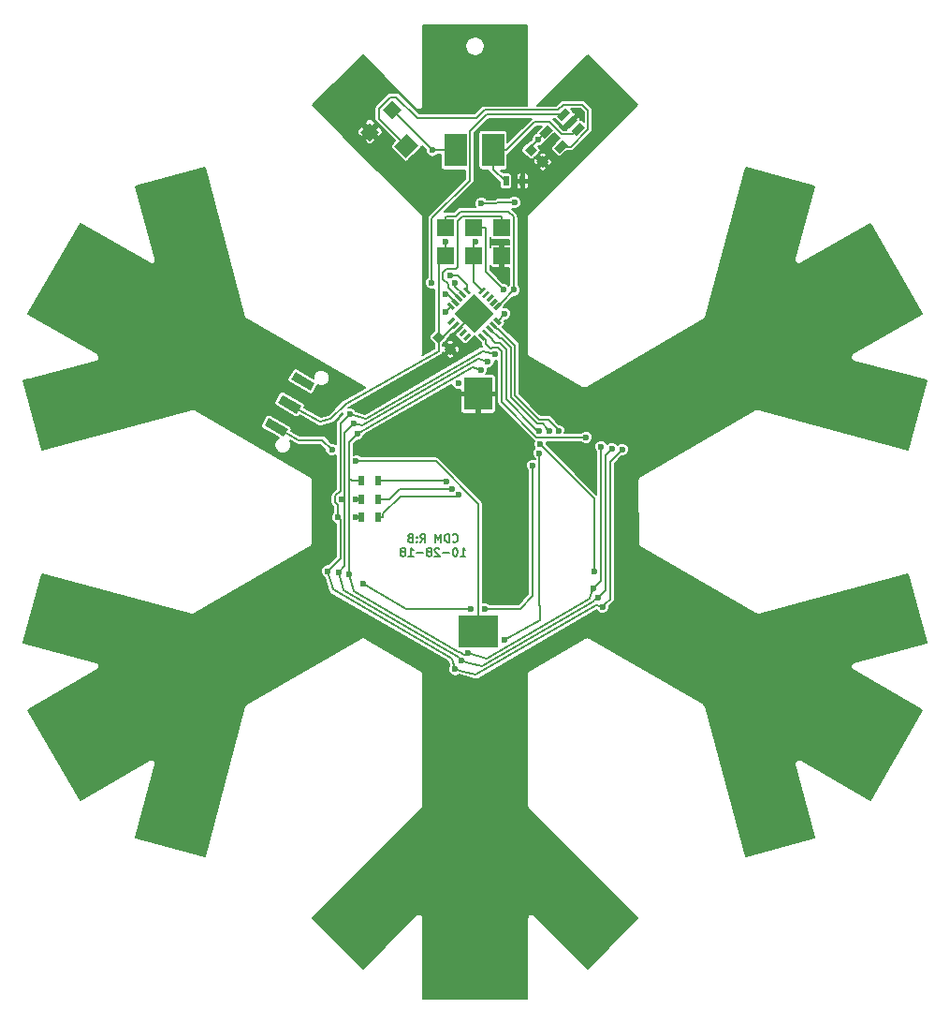
<source format=gbl>
G04 #@! TF.FileFunction,Copper,L2,Bot,Signal*
%FSLAX46Y46*%
G04 Gerber Fmt 4.6, Leading zero omitted, Abs format (unit mm)*
G04 Created by KiCad (PCBNEW 4.0.5+dfsg1-4) date Tue Nov  6 22:38:28 2018*
%MOMM*%
%LPD*%
G01*
G04 APERTURE LIST*
%ADD10C,0.100000*%
%ADD11C,0.150000*%
%ADD12C,0.600000*%
%ADD13R,2.600000X3.000000*%
%ADD14R,3.600000X3.000000*%
%ADD15R,1.524000X1.524000*%
%ADD16R,0.500000X0.900000*%
%ADD17R,2.000000X3.000000*%
%ADD18C,0.203200*%
G04 APERTURE END LIST*
D10*
D11*
X146733108Y-103048082D02*
X146768822Y-103083796D01*
X146875965Y-103119511D01*
X146947394Y-103119511D01*
X147054537Y-103083796D01*
X147125965Y-103012368D01*
X147161680Y-102940939D01*
X147197394Y-102798082D01*
X147197394Y-102690939D01*
X147161680Y-102548082D01*
X147125965Y-102476654D01*
X147054537Y-102405225D01*
X146947394Y-102369511D01*
X146875965Y-102369511D01*
X146768822Y-102405225D01*
X146733108Y-102440939D01*
X146411680Y-103119511D02*
X146411680Y-102369511D01*
X146233108Y-102369511D01*
X146125965Y-102405225D01*
X146054537Y-102476654D01*
X146018822Y-102548082D01*
X145983108Y-102690939D01*
X145983108Y-102798082D01*
X146018822Y-102940939D01*
X146054537Y-103012368D01*
X146125965Y-103083796D01*
X146233108Y-103119511D01*
X146411680Y-103119511D01*
X145661680Y-103119511D02*
X145661680Y-102369511D01*
X145411680Y-102905225D01*
X145161680Y-102369511D01*
X145161680Y-103119511D01*
X143804536Y-103119511D02*
X144054536Y-102762368D01*
X144233108Y-103119511D02*
X144233108Y-102369511D01*
X143947393Y-102369511D01*
X143875965Y-102405225D01*
X143840250Y-102440939D01*
X143804536Y-102512368D01*
X143804536Y-102619511D01*
X143840250Y-102690939D01*
X143875965Y-102726654D01*
X143947393Y-102762368D01*
X144233108Y-102762368D01*
X143483108Y-103048082D02*
X143447393Y-103083796D01*
X143483108Y-103119511D01*
X143518822Y-103083796D01*
X143483108Y-103048082D01*
X143483108Y-103119511D01*
X143483108Y-102655225D02*
X143447393Y-102690939D01*
X143483108Y-102726654D01*
X143518822Y-102690939D01*
X143483108Y-102655225D01*
X143483108Y-102726654D01*
X142875965Y-102726654D02*
X142768822Y-102762368D01*
X142733107Y-102798082D01*
X142697393Y-102869511D01*
X142697393Y-102976654D01*
X142733107Y-103048082D01*
X142768822Y-103083796D01*
X142840250Y-103119511D01*
X143125965Y-103119511D01*
X143125965Y-102369511D01*
X142875965Y-102369511D01*
X142804536Y-102405225D01*
X142768822Y-102440939D01*
X142733107Y-102512368D01*
X142733107Y-102583796D01*
X142768822Y-102655225D01*
X142804536Y-102690939D01*
X142875965Y-102726654D01*
X143125965Y-102726654D01*
X147447394Y-104394511D02*
X147875966Y-104394511D01*
X147661680Y-104394511D02*
X147661680Y-103644511D01*
X147733109Y-103751654D01*
X147804537Y-103823082D01*
X147875966Y-103858796D01*
X146983108Y-103644511D02*
X146911680Y-103644511D01*
X146840251Y-103680225D01*
X146804537Y-103715939D01*
X146768823Y-103787368D01*
X146733108Y-103930225D01*
X146733108Y-104108796D01*
X146768823Y-104251654D01*
X146804537Y-104323082D01*
X146840251Y-104358796D01*
X146911680Y-104394511D01*
X146983108Y-104394511D01*
X147054537Y-104358796D01*
X147090251Y-104323082D01*
X147125966Y-104251654D01*
X147161680Y-104108796D01*
X147161680Y-103930225D01*
X147125966Y-103787368D01*
X147090251Y-103715939D01*
X147054537Y-103680225D01*
X146983108Y-103644511D01*
X146411680Y-104108796D02*
X145840251Y-104108796D01*
X145518823Y-103715939D02*
X145483109Y-103680225D01*
X145411680Y-103644511D01*
X145233109Y-103644511D01*
X145161680Y-103680225D01*
X145125966Y-103715939D01*
X145090251Y-103787368D01*
X145090251Y-103858796D01*
X145125966Y-103965939D01*
X145554537Y-104394511D01*
X145090251Y-104394511D01*
X144661680Y-103965939D02*
X144733108Y-103930225D01*
X144768823Y-103894511D01*
X144804537Y-103823082D01*
X144804537Y-103787368D01*
X144768823Y-103715939D01*
X144733108Y-103680225D01*
X144661680Y-103644511D01*
X144518823Y-103644511D01*
X144447394Y-103680225D01*
X144411680Y-103715939D01*
X144375965Y-103787368D01*
X144375965Y-103823082D01*
X144411680Y-103894511D01*
X144447394Y-103930225D01*
X144518823Y-103965939D01*
X144661680Y-103965939D01*
X144733108Y-104001654D01*
X144768823Y-104037368D01*
X144804537Y-104108796D01*
X144804537Y-104251654D01*
X144768823Y-104323082D01*
X144733108Y-104358796D01*
X144661680Y-104394511D01*
X144518823Y-104394511D01*
X144447394Y-104358796D01*
X144411680Y-104323082D01*
X144375965Y-104251654D01*
X144375965Y-104108796D01*
X144411680Y-104037368D01*
X144447394Y-104001654D01*
X144518823Y-103965939D01*
X144054537Y-104108796D02*
X143483108Y-104108796D01*
X142733108Y-104394511D02*
X143161680Y-104394511D01*
X142947394Y-104394511D02*
X142947394Y-103644511D01*
X143018823Y-103751654D01*
X143090251Y-103823082D01*
X143161680Y-103858796D01*
X142304537Y-103965939D02*
X142375965Y-103930225D01*
X142411680Y-103894511D01*
X142447394Y-103823082D01*
X142447394Y-103787368D01*
X142411680Y-103715939D01*
X142375965Y-103680225D01*
X142304537Y-103644511D01*
X142161680Y-103644511D01*
X142090251Y-103680225D01*
X142054537Y-103715939D01*
X142018822Y-103787368D01*
X142018822Y-103823082D01*
X142054537Y-103894511D01*
X142090251Y-103930225D01*
X142161680Y-103965939D01*
X142304537Y-103965939D01*
X142375965Y-104001654D01*
X142411680Y-104037368D01*
X142447394Y-104108796D01*
X142447394Y-104251654D01*
X142411680Y-104323082D01*
X142375965Y-104358796D01*
X142304537Y-104394511D01*
X142161680Y-104394511D01*
X142090251Y-104358796D01*
X142054537Y-104323082D01*
X142018822Y-104251654D01*
X142018822Y-104108796D01*
X142054537Y-104037368D01*
X142090251Y-104001654D01*
X142161680Y-103965939D01*
D12*
X153202393Y-75350724D03*
X153202393Y-76366724D03*
X153202393Y-77382726D03*
X153202393Y-78398725D03*
X151805393Y-83605725D03*
X148694966Y-83330607D03*
X148694966Y-81562841D03*
X144185393Y-75350724D03*
X147233394Y-90844724D03*
X148122393Y-91733724D03*
X144185393Y-76366724D03*
X144185393Y-77382726D03*
D13*
X149034532Y-89714086D03*
D14*
X149034532Y-111151686D03*
D10*
G36*
X145968046Y-85664706D02*
X146498376Y-85134376D01*
X147064062Y-85700062D01*
X146533732Y-86230392D01*
X145968046Y-85664706D01*
X145968046Y-85664706D01*
G37*
G36*
X144907386Y-84604046D02*
X145437716Y-84073716D01*
X146003402Y-84639402D01*
X145473072Y-85169732D01*
X144907386Y-84604046D01*
X144907386Y-84604046D01*
G37*
G36*
X154363491Y-67692440D02*
X153833161Y-68222770D01*
X153267475Y-67657084D01*
X153797805Y-67126754D01*
X154363491Y-67692440D01*
X154363491Y-67692440D01*
G37*
G36*
X155424151Y-68753100D02*
X154893821Y-69283430D01*
X154328135Y-68717744D01*
X154858465Y-68187414D01*
X155424151Y-68753100D01*
X155424151Y-68753100D01*
G37*
D15*
X146090393Y-77255726D03*
X148630393Y-77255726D03*
X148630393Y-74715726D03*
X146090393Y-74715726D03*
X151170393Y-77255726D03*
X151170393Y-74715726D03*
D16*
X139982394Y-97575724D03*
X138482394Y-97575724D03*
X139982394Y-99226724D03*
X138482394Y-99226724D03*
X139994394Y-100877724D03*
X138494394Y-100877724D03*
D17*
X146979813Y-67697093D03*
X150379813Y-67697093D03*
D16*
X151563811Y-70491095D03*
X153063811Y-70491095D03*
D10*
G36*
X139256353Y-66866064D02*
X138407825Y-66017536D01*
X139256353Y-65169008D01*
X140104881Y-66017536D01*
X139256353Y-66866064D01*
X139256353Y-66866064D01*
G37*
G36*
X141236252Y-64886165D02*
X140387724Y-64037637D01*
X141236252Y-63189109D01*
X142084780Y-64037637D01*
X141236252Y-64886165D01*
X141236252Y-64886165D01*
G37*
G36*
X142501973Y-68414628D02*
X141441312Y-67353967D01*
X142572683Y-66222596D01*
X143633344Y-67283257D01*
X142501973Y-68414628D01*
X142501973Y-68414628D01*
G37*
G36*
X156882836Y-63864949D02*
X157342455Y-64324568D01*
X156592922Y-65074101D01*
X156133303Y-64614482D01*
X156882836Y-63864949D01*
X156882836Y-63864949D01*
G37*
G36*
X157554587Y-64536701D02*
X158014206Y-64996320D01*
X157264673Y-65745853D01*
X156805054Y-65286234D01*
X157554587Y-64536701D01*
X157554587Y-64536701D01*
G37*
G36*
X158226339Y-65208452D02*
X158685958Y-65668071D01*
X157936425Y-66417604D01*
X157476806Y-65957985D01*
X158226339Y-65208452D01*
X158226339Y-65208452D01*
G37*
G36*
X156670704Y-66764087D02*
X157130323Y-67223706D01*
X156380790Y-67973239D01*
X155921171Y-67513620D01*
X156670704Y-66764087D01*
X156670704Y-66764087D01*
G37*
G36*
X155327201Y-65420584D02*
X155786820Y-65880203D01*
X155037287Y-66629736D01*
X154577668Y-66170117D01*
X155327201Y-65420584D01*
X155327201Y-65420584D01*
G37*
G36*
X151155697Y-83281110D02*
X150943565Y-83493242D01*
X150427377Y-82977054D01*
X150639509Y-82764922D01*
X151155697Y-83281110D01*
X151155697Y-83281110D01*
G37*
G36*
X150802143Y-83634663D02*
X150590011Y-83846795D01*
X150073823Y-83330607D01*
X150285955Y-83118475D01*
X150802143Y-83634663D01*
X150802143Y-83634663D01*
G37*
G36*
X150448590Y-83988217D02*
X150236458Y-84200349D01*
X149720270Y-83684161D01*
X149932402Y-83472029D01*
X150448590Y-83988217D01*
X150448590Y-83988217D01*
G37*
G36*
X150095036Y-84341770D02*
X149882904Y-84553902D01*
X149366716Y-84037714D01*
X149578848Y-83825582D01*
X150095036Y-84341770D01*
X150095036Y-84341770D01*
G37*
G36*
X149741483Y-84695324D02*
X149529351Y-84907456D01*
X149013163Y-84391268D01*
X149225295Y-84179136D01*
X149741483Y-84695324D01*
X149741483Y-84695324D01*
G37*
G36*
X147860579Y-84907456D02*
X147648447Y-84695324D01*
X148164635Y-84179136D01*
X148376767Y-84391268D01*
X147860579Y-84907456D01*
X147860579Y-84907456D01*
G37*
G36*
X147507026Y-84553902D02*
X147294894Y-84341770D01*
X147811082Y-83825582D01*
X148023214Y-84037714D01*
X147507026Y-84553902D01*
X147507026Y-84553902D01*
G37*
G36*
X147153472Y-84200349D02*
X146941340Y-83988217D01*
X147457528Y-83472029D01*
X147669660Y-83684161D01*
X147153472Y-84200349D01*
X147153472Y-84200349D01*
G37*
G36*
X146799919Y-83846795D02*
X146587787Y-83634663D01*
X147103975Y-83118475D01*
X147316107Y-83330607D01*
X146799919Y-83846795D01*
X146799919Y-83846795D01*
G37*
G36*
X146446365Y-83493242D02*
X146234233Y-83281110D01*
X146750421Y-82764922D01*
X146962553Y-82977054D01*
X146446365Y-83493242D01*
X146446365Y-83493242D01*
G37*
G36*
X146962553Y-81916394D02*
X146750421Y-82128526D01*
X146234233Y-81612338D01*
X146446365Y-81400206D01*
X146962553Y-81916394D01*
X146962553Y-81916394D01*
G37*
G36*
X147316107Y-81562841D02*
X147103975Y-81774973D01*
X146587787Y-81258785D01*
X146799919Y-81046653D01*
X147316107Y-81562841D01*
X147316107Y-81562841D01*
G37*
G36*
X147669660Y-81209287D02*
X147457528Y-81421419D01*
X146941340Y-80905231D01*
X147153472Y-80693099D01*
X147669660Y-81209287D01*
X147669660Y-81209287D01*
G37*
G36*
X148023214Y-80855734D02*
X147811082Y-81067866D01*
X147294894Y-80551678D01*
X147507026Y-80339546D01*
X148023214Y-80855734D01*
X148023214Y-80855734D01*
G37*
G36*
X148376767Y-80502180D02*
X148164635Y-80714312D01*
X147648447Y-80198124D01*
X147860579Y-79985992D01*
X148376767Y-80502180D01*
X148376767Y-80502180D01*
G37*
G36*
X149225295Y-80714312D02*
X149013163Y-80502180D01*
X149529351Y-79985992D01*
X149741483Y-80198124D01*
X149225295Y-80714312D01*
X149225295Y-80714312D01*
G37*
G36*
X149578848Y-81067866D02*
X149366716Y-80855734D01*
X149882904Y-80339546D01*
X150095036Y-80551678D01*
X149578848Y-81067866D01*
X149578848Y-81067866D01*
G37*
G36*
X149932402Y-81421419D02*
X149720270Y-81209287D01*
X150236458Y-80693099D01*
X150448590Y-80905231D01*
X149932402Y-81421419D01*
X149932402Y-81421419D01*
G37*
G36*
X150285955Y-81774973D02*
X150073823Y-81562841D01*
X150590011Y-81046653D01*
X150802143Y-81258785D01*
X150285955Y-81774973D01*
X150285955Y-81774973D01*
G37*
G36*
X150639509Y-82128526D02*
X150427377Y-81916394D01*
X150943565Y-81400206D01*
X151155697Y-81612338D01*
X150639509Y-82128526D01*
X150639509Y-82128526D01*
G37*
G36*
X148694965Y-82446724D02*
X147811082Y-83330607D01*
X146927199Y-82446724D01*
X147811082Y-81562841D01*
X148694965Y-82446724D01*
X148694965Y-82446724D01*
G37*
G36*
X149578848Y-81562841D02*
X148694965Y-82446724D01*
X147811082Y-81562841D01*
X148694965Y-80678958D01*
X149578848Y-81562841D01*
X149578848Y-81562841D01*
G37*
G36*
X149578848Y-83330607D02*
X148694965Y-84214490D01*
X147811082Y-83330607D01*
X148694965Y-82446724D01*
X149578848Y-83330607D01*
X149578848Y-83330607D01*
G37*
G36*
X150462731Y-82446724D02*
X149578848Y-83330607D01*
X148694965Y-82446724D01*
X149578848Y-81562841D01*
X150462731Y-82446724D01*
X150462731Y-82446724D01*
G37*
D12*
X144185393Y-78398724D03*
D10*
G36*
X133845483Y-89427686D02*
X132113433Y-88427686D01*
X132513433Y-87734866D01*
X134245483Y-88734866D01*
X133845483Y-89427686D01*
X133845483Y-89427686D01*
G37*
G36*
X132645483Y-91506147D02*
X130913433Y-90506147D01*
X131313433Y-89813327D01*
X133045483Y-90813327D01*
X132645483Y-91506147D01*
X132645483Y-91506147D01*
G37*
G36*
X131445483Y-93584608D02*
X129713433Y-92584608D01*
X130113433Y-91891788D01*
X131845483Y-92891788D01*
X131445483Y-93584608D01*
X131445483Y-93584608D01*
G37*
D12*
X137979471Y-95797724D03*
X135803393Y-94781724D03*
X138470392Y-65190725D03*
X155488394Y-69381726D03*
X158282393Y-64301724D03*
X149011394Y-91733725D03*
X147233394Y-89701724D03*
X151235823Y-78652724D03*
X154472394Y-66735010D03*
X144895707Y-67697092D03*
X146090393Y-75985725D03*
X151424393Y-82462724D03*
X151297394Y-80303724D03*
X144850593Y-79668725D03*
X146949193Y-79651884D03*
X152237195Y-80318709D03*
X146170735Y-97622384D03*
X152313394Y-72429724D03*
X149336809Y-72528608D03*
X148757394Y-75985725D03*
X146642993Y-98272081D03*
X146482367Y-78998273D03*
X147233394Y-98845724D03*
X158805758Y-93644070D03*
X154615593Y-94248871D03*
X154571895Y-93031223D03*
X159545998Y-105762246D03*
X154581183Y-95069779D03*
X155488395Y-93039271D03*
X151426116Y-111963736D03*
X138656670Y-106897753D03*
X156291597Y-93039270D03*
X153976383Y-96178724D03*
X149639331Y-109132724D03*
X148376393Y-109132725D03*
X146060194Y-82335724D03*
X146084021Y-80691098D03*
X147231329Y-88756069D03*
X138145002Y-93303700D03*
X137374671Y-106025134D03*
X148145531Y-113154892D03*
X159484562Y-107302212D03*
X160150800Y-94483849D03*
X149284933Y-87529038D03*
X136692394Y-99226724D03*
X137979471Y-99226724D03*
X149919931Y-86767037D03*
X137802593Y-92372770D03*
X136397259Y-105856210D03*
X147510533Y-113844089D03*
X159890474Y-108123150D03*
X161128209Y-94652775D03*
X136363462Y-100877724D03*
X137979471Y-100877724D03*
X137405229Y-91537026D03*
X135443552Y-105728339D03*
X146946602Y-114606086D03*
X160295082Y-108946352D03*
X162052672Y-94729996D03*
X150554934Y-86132039D03*
D18*
X130779459Y-92738198D02*
X132788837Y-93898313D01*
X132813592Y-93898313D02*
X134919983Y-93898313D01*
X137979471Y-95797724D02*
X145201393Y-95797724D01*
X145201393Y-95797724D02*
X149034531Y-99630862D01*
X149034531Y-99630862D02*
X149034532Y-111151685D01*
X134919983Y-93898313D02*
X135803393Y-94781724D01*
X132813592Y-93898313D02*
X132760983Y-93898313D01*
X132769811Y-93903411D02*
X132760983Y-93898313D01*
X132788837Y-93898313D02*
X132769811Y-93903411D01*
X147305501Y-83836189D02*
X147811083Y-83330608D01*
X147811083Y-83330608D02*
X147811083Y-82446724D01*
X139256353Y-66017535D02*
X139256353Y-65976683D01*
X139256353Y-65976683D02*
X138470392Y-65190725D01*
X154876143Y-68735422D02*
X154876143Y-68769474D01*
X154876143Y-68769474D02*
X155488394Y-69381726D01*
X157409631Y-65141277D02*
X157442842Y-65141276D01*
X157442842Y-65141276D02*
X158282393Y-64301724D01*
X149034532Y-89714085D02*
X149034531Y-91710587D01*
X149034531Y-91710587D02*
X149011394Y-91733725D01*
X149034532Y-89714085D02*
X147245753Y-89714086D01*
X147245753Y-89714086D02*
X147233394Y-89701724D01*
X151170394Y-77255725D02*
X151170393Y-78587295D01*
X151170393Y-78587295D02*
X151235823Y-78652724D01*
X131979459Y-90659737D02*
X134722365Y-92243355D01*
X134722365Y-92243355D02*
X135676393Y-91987724D01*
X137073394Y-90590725D02*
X135676393Y-91987724D01*
X145455394Y-84621724D02*
X145455394Y-77890724D01*
X145455394Y-77890724D02*
X146090394Y-77255724D01*
X145455394Y-84621724D02*
X145455394Y-85891724D01*
X145455394Y-85891724D02*
X137073394Y-90590725D01*
X155182244Y-66025159D02*
X154472394Y-66735010D01*
X154472394Y-66735010D02*
X153815484Y-67391920D01*
X146090394Y-77255724D02*
X146090393Y-75985725D01*
X146979811Y-67697092D02*
X144895707Y-67697092D01*
X144895707Y-67697092D02*
X141236251Y-64037636D01*
X146951948Y-83482635D02*
X145812858Y-84621724D01*
X145812858Y-84621724D02*
X145455394Y-84621724D01*
X153815484Y-67391920D02*
X153815483Y-67674763D01*
X149697195Y-74817327D02*
X149697195Y-78703527D01*
X149595594Y-74715724D02*
X149697195Y-74817327D01*
X148630393Y-74715723D02*
X149595594Y-74715724D01*
X151424393Y-82462724D02*
X151424393Y-82496226D01*
X151424393Y-82496226D02*
X150791538Y-83129082D01*
X149697195Y-78703527D02*
X151297394Y-80303724D01*
X146344393Y-80096152D02*
X146344392Y-79795725D01*
X145861804Y-79313134D02*
X145861803Y-78723731D01*
X146344392Y-79795725D02*
X145861804Y-79313134D01*
X147157195Y-78261565D02*
X147157195Y-74116282D01*
X145861803Y-78723731D02*
X146192061Y-78393472D01*
X146192061Y-78393472D02*
X147025288Y-78393473D01*
X147025288Y-78393473D02*
X147157195Y-78261565D01*
X146344393Y-80096152D02*
X147305501Y-81057259D01*
X151170394Y-74715724D02*
X151170393Y-73750525D01*
X151170393Y-73750525D02*
X151068792Y-73648923D01*
X151068792Y-73648923D02*
X147624553Y-73648923D01*
X147624553Y-73648923D02*
X147157195Y-74116282D01*
X150379811Y-67697093D02*
X150379812Y-69400292D01*
X150379812Y-69400292D02*
X151470614Y-70491095D01*
X151470614Y-70491095D02*
X151563811Y-70491095D01*
X158081382Y-65813027D02*
X157635906Y-66258504D01*
X151583011Y-67697092D02*
X150379811Y-67697093D01*
X157635906Y-66258504D02*
X156596189Y-66258504D01*
X156596189Y-66258504D02*
X155453458Y-65115775D01*
X155453458Y-65115775D02*
X154164330Y-65115774D01*
X154164330Y-65115774D02*
X151583011Y-67697092D01*
X142537327Y-67318611D02*
X140082914Y-64864198D01*
X140082914Y-64864198D02*
X140082913Y-63911378D01*
X156253603Y-64063114D02*
X156756579Y-63560138D01*
X140082913Y-63911378D02*
X141109994Y-62884299D01*
X141109994Y-62884299D02*
X141624967Y-62884298D01*
X141624967Y-62884298D02*
X143550393Y-64809724D01*
X143550393Y-64809724D02*
X148853391Y-64809725D01*
X157416433Y-67368662D02*
X157085367Y-67368663D01*
X148853391Y-64809725D02*
X149600000Y-64063115D01*
X149600000Y-64063115D02*
X156253603Y-64063114D01*
X156756579Y-63560138D02*
X158435914Y-63560139D01*
X157085367Y-67368663D02*
X156525747Y-67368662D01*
X158435914Y-63560139D02*
X158990769Y-64114994D01*
X158990769Y-64114994D02*
X158990768Y-65794328D01*
X158990768Y-65794328D02*
X157416433Y-67368662D01*
X144850593Y-79668725D02*
X144850593Y-73882882D01*
X144850593Y-73882882D02*
X148284612Y-70448864D01*
X148284612Y-70448864D02*
X148284613Y-65953252D01*
X149768339Y-64469524D02*
X156737879Y-64469524D01*
X148284613Y-65953252D02*
X149768339Y-64469524D01*
X147659054Y-80703707D02*
X146949194Y-79993845D01*
X146949194Y-79993845D02*
X146949193Y-79651884D01*
X139982394Y-97575724D02*
X146124075Y-97575724D01*
X146124075Y-97575724D02*
X146170735Y-97622384D01*
X146191994Y-73648923D02*
X147049803Y-73648923D01*
X147049803Y-73648923D02*
X147456212Y-73242513D01*
X147456212Y-73242513D02*
X151769824Y-73242514D01*
X151769824Y-73242514D02*
X152237194Y-73709883D01*
X146090394Y-74715724D02*
X146090393Y-73750525D01*
X146090393Y-73750525D02*
X146191994Y-73648923D01*
X152237195Y-80318709D02*
X151120343Y-81435563D01*
X152237194Y-73709883D02*
X152237195Y-80318709D01*
X151120343Y-81435563D02*
X150791537Y-81764367D01*
X150690510Y-72528607D02*
X150789394Y-72429724D01*
X150789394Y-72429724D02*
X152313394Y-72429724D01*
X149336809Y-72528608D02*
X150690510Y-72528607D01*
X148630393Y-77255724D02*
X148630393Y-76112724D01*
X148630393Y-76112724D02*
X148757394Y-75985725D01*
X141010394Y-99226724D02*
X141965038Y-98272080D01*
X141965038Y-98272080D02*
X146642993Y-98272081D01*
X140435593Y-99226724D02*
X141010394Y-99226724D01*
X139982394Y-99226724D02*
X140435593Y-99226724D01*
X149377324Y-80350152D02*
X148630393Y-79603222D01*
X148630393Y-79603222D02*
X148630393Y-77255724D01*
X148012608Y-80350152D02*
X148012607Y-79820191D01*
X148012607Y-79820191D02*
X147190690Y-78998274D01*
X147190690Y-78998274D02*
X146482367Y-78998273D01*
X146979393Y-98972724D02*
X147106394Y-98972725D01*
X147106394Y-98972725D02*
X147233394Y-98845724D01*
X142026394Y-98972725D02*
X146979393Y-98972724D01*
X140447594Y-100551525D02*
X142026394Y-98972725D01*
X140447594Y-100877724D02*
X140447594Y-100551525D01*
X139994395Y-100877724D02*
X140447594Y-100877724D01*
X150108280Y-85591611D02*
X150200255Y-85591611D01*
X150200255Y-85591611D02*
X150264630Y-85527237D01*
X150264630Y-85527237D02*
X150845240Y-85527237D01*
X150845240Y-85527237D02*
X151159735Y-85841733D01*
X149706127Y-84872100D02*
X149706127Y-85189458D01*
X149706127Y-85189458D02*
X150108280Y-85591611D01*
X151159736Y-90474383D02*
X154329423Y-93644070D01*
X154329423Y-93644070D02*
X158805758Y-93644070D01*
X149377324Y-84543296D02*
X149706127Y-84872100D01*
X151159735Y-85841733D02*
X151159736Y-90474383D01*
X151566145Y-90224477D02*
X154218393Y-92876724D01*
X154571895Y-93031223D02*
X154372893Y-93031223D01*
X154372893Y-93031223D02*
X154218393Y-92876724D01*
X154615593Y-94248871D02*
X159545997Y-99179275D01*
X159545997Y-99179275D02*
X159545998Y-105762246D01*
X154579330Y-93038659D02*
X154571895Y-93031223D01*
X151566146Y-85673393D02*
X151566145Y-90224477D01*
X150281394Y-84740259D02*
X150281392Y-84875725D01*
X150281392Y-84875725D02*
X150526495Y-85120828D01*
X150526495Y-85120828D02*
X151013581Y-85120828D01*
X151013581Y-85120828D02*
X151566146Y-85673393D01*
X149730877Y-84189742D02*
X150281394Y-84740259D01*
X154599393Y-108826879D02*
X154599393Y-110148725D01*
X154581183Y-95069779D02*
X154581183Y-108808669D01*
X154581183Y-108808669D02*
X154599393Y-108826879D01*
X155234394Y-92876725D02*
X155488395Y-93039271D01*
X155234394Y-92798616D02*
X155234394Y-92876725D01*
X154342841Y-92426422D02*
X154862200Y-92426422D01*
X154862200Y-92426422D02*
X155234394Y-92798616D01*
X153997769Y-92081349D02*
X154342841Y-92426422D01*
X151972555Y-90056136D02*
X153997769Y-92081349D01*
X151972556Y-85505053D02*
X151972555Y-90056136D01*
X150084431Y-83836189D02*
X150962660Y-84714419D01*
X150962660Y-84714419D02*
X151181922Y-84714419D01*
X151181922Y-84714419D02*
X151972556Y-85505053D01*
X154599393Y-110148725D02*
X151426116Y-111963736D01*
X142534393Y-109132724D02*
X138656670Y-106897753D01*
X150853691Y-83811439D02*
X152378965Y-85336713D01*
X150766787Y-83811439D02*
X150853691Y-83811439D01*
X150766787Y-83811439D02*
X150437984Y-83482635D01*
X152378965Y-85336713D02*
X152378966Y-89574725D01*
X152378966Y-89574725D02*
X152378966Y-89887796D01*
X152378966Y-89887796D02*
X154285143Y-91793974D01*
X155364242Y-92020012D02*
X156250393Y-92906164D01*
X154511182Y-92020012D02*
X155364242Y-92020012D01*
X154285143Y-91793974D02*
X154511182Y-92020012D01*
X156250393Y-92998067D02*
X156291597Y-93039270D01*
X156250393Y-92906164D02*
X156250393Y-92998067D01*
X153976383Y-96178724D02*
X153976383Y-107977734D01*
X152821393Y-109132725D02*
X149639331Y-109132724D01*
X153976383Y-107977734D02*
X152821393Y-109132725D01*
X148376393Y-109132725D02*
X142534393Y-109132724D01*
X146598394Y-81764367D02*
X146598394Y-81797524D01*
X146598394Y-81797524D02*
X146060194Y-82335724D01*
X146951947Y-81410814D02*
X146232232Y-80691097D01*
X146232232Y-80691097D02*
X146084021Y-80691098D01*
X137581394Y-97575724D02*
X137374671Y-97369001D01*
X137374671Y-97369001D02*
X137374670Y-94074030D01*
X137374670Y-94074030D02*
X137374673Y-94074029D01*
X137374671Y-106025134D02*
X137374673Y-94074029D01*
X137374673Y-94074029D02*
X138145002Y-93303700D01*
X138482394Y-97575724D02*
X137581394Y-97575724D01*
X138145002Y-93303700D02*
X148507717Y-87320784D01*
X148507717Y-87320784D02*
X149284933Y-87529038D01*
X147298162Y-113054632D02*
X137786806Y-107563248D01*
X137786806Y-107563248D02*
X137374671Y-106025134D01*
X147348511Y-113041141D02*
X147298162Y-113054632D01*
X148145531Y-113154892D02*
X147735726Y-113264697D01*
X147735726Y-113264697D02*
X147348511Y-113041141D01*
X148145531Y-113154892D02*
X149803235Y-113599070D01*
X149803235Y-113599070D02*
X159135600Y-108211029D01*
X159135600Y-108211029D02*
X159287428Y-107644401D01*
X159287428Y-107644401D02*
X159412170Y-107572379D01*
X159412170Y-107572379D02*
X159484562Y-107302212D01*
X160150800Y-94483849D02*
X160150799Y-106635974D01*
X160150799Y-106635974D02*
X159484562Y-107302212D01*
X136968264Y-99331855D02*
X136968262Y-93207103D01*
X136968262Y-93207103D02*
X137802593Y-92372770D01*
X136397259Y-105856210D02*
X136968262Y-105285206D01*
X136968262Y-105285206D02*
X136968264Y-99331855D01*
X136968264Y-99331855D02*
X136968264Y-99331855D01*
X136968264Y-99331855D02*
X136797525Y-99331856D01*
X136797525Y-99331856D02*
X136692394Y-99226724D01*
X138482394Y-99226724D02*
X137979471Y-99226724D01*
X138582596Y-92581773D02*
X149055290Y-86535359D01*
X149055290Y-86535359D02*
X149919931Y-86767037D01*
X137802593Y-92372770D02*
X138582596Y-92581773D01*
X147510533Y-113844089D02*
X147399557Y-113780016D01*
X147399557Y-113780016D02*
X147336932Y-113546296D01*
X147336932Y-113546296D02*
X136832820Y-107481746D01*
X136832820Y-107481746D02*
X136397259Y-105856210D01*
X159890474Y-108123150D02*
X159523051Y-108335283D01*
X159523051Y-108335283D02*
X159484590Y-108478818D01*
X159484590Y-108478818D02*
X149341785Y-114334773D01*
X149341785Y-114334773D02*
X147920337Y-113953895D01*
X147920337Y-113953895D02*
X147510533Y-113844089D01*
X161128209Y-94652775D02*
X160557211Y-95223777D01*
X160557211Y-95223777D02*
X160557211Y-107456417D01*
X160557211Y-107456417D02*
X160190474Y-107823151D01*
X160190474Y-107823151D02*
X159890474Y-108123150D01*
X136561852Y-98462160D02*
X136561851Y-92380405D01*
X136561851Y-92380405D02*
X136561850Y-92380402D01*
X136363462Y-100877724D02*
X136363462Y-99792898D01*
X136363462Y-99792898D02*
X136087592Y-99517029D01*
X136087592Y-99517029D02*
X136087592Y-98936419D01*
X136087592Y-98936419D02*
X136561852Y-98462160D01*
X135443552Y-105728339D02*
X136561852Y-104610042D01*
X136561852Y-104610042D02*
X136561853Y-101076115D01*
X136561853Y-101076115D02*
X136363462Y-100877724D01*
X138494394Y-100877724D02*
X137979471Y-100877724D01*
X138890166Y-91934914D02*
X149452623Y-85836676D01*
X149452623Y-85836676D02*
X150554934Y-86132039D01*
X137405229Y-91537026D02*
X138890166Y-91934914D01*
X136561850Y-92380402D02*
X137405229Y-91537026D01*
X146687983Y-113640907D02*
X135893862Y-107408919D01*
X135893862Y-107408919D02*
X135443552Y-105728339D01*
X146946602Y-114606086D02*
X146687983Y-113640907D01*
X160295082Y-108946352D02*
X159743576Y-108798575D01*
X159743576Y-108798575D02*
X148816740Y-115107187D01*
X148816740Y-115107187D02*
X147356408Y-114715895D01*
X147356408Y-114715895D02*
X146946602Y-114606086D01*
X162052672Y-94729996D02*
X160963620Y-95819047D01*
X160963620Y-95819047D02*
X160963621Y-108277814D01*
X160963621Y-108277814D02*
X160595082Y-108646351D01*
X160595082Y-108646351D02*
X160295082Y-108946352D01*
G36*
X163460696Y-63633093D02*
X153569254Y-73524533D01*
X153486924Y-73647749D01*
X153458013Y-73793092D01*
X153458012Y-86061294D01*
X153467867Y-86110839D01*
X153471395Y-86161226D01*
X153482200Y-86182892D01*
X153486923Y-86206637D01*
X153514985Y-86248635D01*
X153537529Y-86293841D01*
X153555803Y-86309723D01*
X153569253Y-86329853D01*
X153611252Y-86357916D01*
X153649379Y-86391053D01*
X158449982Y-89134251D01*
X158496315Y-89149749D01*
X158540135Y-89171356D01*
X158565971Y-89173048D01*
X158590519Y-89181259D01*
X158639252Y-89177847D01*
X158688009Y-89181040D01*
X158712523Y-89172717D01*
X158738347Y-89170909D01*
X158782070Y-89149105D01*
X158828332Y-89133398D01*
X169426746Y-83013652D01*
X169488815Y-82959213D01*
X169538143Y-82915953D01*
X169538147Y-82915945D01*
X169538156Y-82915937D01*
X169574754Y-82841714D01*
X169603687Y-82783045D01*
X173224205Y-69271080D01*
X179429895Y-70933890D01*
X177668787Y-77506443D01*
X177659096Y-77654316D01*
X177706730Y-77794642D01*
X177804439Y-77906057D01*
X177937347Y-77971601D01*
X178085220Y-77981292D01*
X178225546Y-77933658D01*
X184495743Y-74313557D01*
X189195939Y-82454547D01*
X182925745Y-86074647D01*
X182814330Y-86172356D01*
X182748786Y-86305264D01*
X182739095Y-86453137D01*
X182786729Y-86593463D01*
X182884438Y-86704878D01*
X183017346Y-86770422D01*
X189589898Y-88531528D01*
X187927087Y-94737221D01*
X174415124Y-91116703D01*
X174342551Y-91111947D01*
X174267300Y-91107005D01*
X174267275Y-91107014D01*
X174267251Y-91107012D01*
X174199832Y-91129898D01*
X174126968Y-91154621D01*
X163630156Y-97213150D01*
X163591523Y-97247022D01*
X163549068Y-97275941D01*
X163536276Y-97295460D01*
X163518729Y-97310845D01*
X163496001Y-97356917D01*
X163467841Y-97399887D01*
X163463493Y-97422815D01*
X163453168Y-97443744D01*
X163449801Y-97495008D01*
X163440229Y-97545482D01*
X163491030Y-103235086D01*
X163500813Y-103282069D01*
X163503946Y-103329954D01*
X163515782Y-103353962D01*
X163521238Y-103380165D01*
X163548253Y-103419824D01*
X163569474Y-103462869D01*
X163589597Y-103480521D01*
X163604665Y-103502641D01*
X163644799Y-103528943D01*
X163680879Y-103560591D01*
X174126135Y-109592685D01*
X174126157Y-109592692D01*
X174126171Y-109592705D01*
X174191514Y-109614886D01*
X174266456Y-109640334D01*
X174266478Y-109640333D01*
X174266497Y-109640339D01*
X174341907Y-109635397D01*
X174414330Y-109630658D01*
X174414347Y-109630649D01*
X174414370Y-109630648D01*
X187926334Y-106010130D01*
X189589142Y-112215822D01*
X183016590Y-113976927D01*
X182883682Y-114042471D01*
X182785973Y-114153886D01*
X182738339Y-114294212D01*
X182748030Y-114442085D01*
X182813262Y-114574360D01*
X182813574Y-114574993D01*
X182924989Y-114672702D01*
X189195188Y-118292804D01*
X184494989Y-126433792D01*
X178224792Y-122813689D01*
X178084466Y-122766055D01*
X177936593Y-122775746D01*
X177803685Y-122841290D01*
X177705976Y-122952705D01*
X177658342Y-123093031D01*
X177668033Y-123240904D01*
X179429139Y-129813456D01*
X173223451Y-131476265D01*
X169602934Y-117964309D01*
X169602899Y-117964238D01*
X169602894Y-117964160D01*
X169570027Y-117897582D01*
X169537390Y-117831401D01*
X169537331Y-117831350D01*
X169537296Y-117831278D01*
X169480926Y-117781883D01*
X169425975Y-117733692D01*
X169425901Y-117733667D01*
X169425842Y-117733615D01*
X159082178Y-111767296D01*
X159034462Y-111751121D01*
X158989183Y-111729025D01*
X158964884Y-111727534D01*
X158941833Y-111719720D01*
X158891566Y-111723035D01*
X158841271Y-111719949D01*
X158818251Y-111727870D01*
X158793964Y-111729472D01*
X158748791Y-111751772D01*
X158701144Y-111768167D01*
X153646544Y-114714571D01*
X153609897Y-114746981D01*
X153569223Y-114774165D01*
X153554880Y-114795637D01*
X153535537Y-114812743D01*
X153514080Y-114856713D01*
X153486907Y-114897391D01*
X153481873Y-114922714D01*
X153470547Y-114945923D01*
X153467551Y-114994757D01*
X153458012Y-115042737D01*
X153459363Y-126951885D01*
X153474271Y-127026788D01*
X153488274Y-127097185D01*
X153488285Y-127097202D01*
X153488290Y-127097225D01*
X153531000Y-127161128D01*
X153570604Y-127220401D01*
X163462047Y-137111838D01*
X158919168Y-141654725D01*
X154107722Y-136843280D01*
X153984506Y-136760950D01*
X153839163Y-136732039D01*
X153693820Y-136760950D01*
X153570604Y-136843280D01*
X153488274Y-136966496D01*
X153459363Y-137111839D01*
X153459363Y-144352039D01*
X144058962Y-144352034D01*
X144058960Y-137111839D01*
X144030049Y-136966496D01*
X144030047Y-136966493D01*
X143947719Y-136843279D01*
X143824503Y-136760950D01*
X143679160Y-136732039D01*
X143533817Y-136760950D01*
X143410601Y-136843280D01*
X138599162Y-141654722D01*
X134056280Y-137111836D01*
X143947721Y-127220399D01*
X143947734Y-127220379D01*
X143947751Y-127220368D01*
X143985947Y-127163190D01*
X144030051Y-127097183D01*
X144030056Y-127097160D01*
X144030067Y-127097143D01*
X144044071Y-127026703D01*
X144058962Y-126951840D01*
X144058958Y-126951819D01*
X144058962Y-126951797D01*
X144057612Y-115042651D01*
X144048071Y-114994712D01*
X144045077Y-114945923D01*
X144033734Y-114922677D01*
X144028685Y-114897311D01*
X144001525Y-114856673D01*
X143980088Y-114812743D01*
X143960712Y-114795608D01*
X143946341Y-114774105D01*
X143905699Y-114746956D01*
X143869080Y-114714571D01*
X138814483Y-111768170D01*
X138766842Y-111751777D01*
X138721664Y-111729474D01*
X138697372Y-111727872D01*
X138674356Y-111719952D01*
X138624070Y-111723038D01*
X138573795Y-111719722D01*
X138550742Y-111727537D01*
X138526444Y-111729028D01*
X138481166Y-111751123D01*
X138433449Y-111767299D01*
X128090884Y-117732974D01*
X128090823Y-117733027D01*
X128090750Y-117733052D01*
X128035886Y-117781167D01*
X127979429Y-117830638D01*
X127979394Y-117830710D01*
X127979335Y-117830761D01*
X127946448Y-117897448D01*
X127913832Y-117963519D01*
X127913827Y-117963596D01*
X127913791Y-117963669D01*
X124293275Y-131475626D01*
X118087578Y-129812821D01*
X119848688Y-123240268D01*
X119858380Y-123092395D01*
X119810746Y-122952069D01*
X119713037Y-122840654D01*
X119580129Y-122775110D01*
X119432255Y-122765418D01*
X119351912Y-122792691D01*
X119291929Y-122813052D01*
X113021734Y-126433153D01*
X108321535Y-118292167D01*
X114591728Y-114672069D01*
X114661692Y-114610712D01*
X114703143Y-114574361D01*
X114768686Y-114441453D01*
X114778378Y-114293579D01*
X114730744Y-114153253D01*
X114633035Y-114041838D01*
X114500128Y-113976294D01*
X107927583Y-112215181D01*
X109590392Y-106009490D01*
X123102349Y-109630010D01*
X123102373Y-109630012D01*
X123102390Y-109630020D01*
X123174170Y-109634717D01*
X123250222Y-109639701D01*
X123250241Y-109639695D01*
X123250264Y-109639696D01*
X123326507Y-109613806D01*
X123390549Y-109592067D01*
X123390563Y-109592054D01*
X123390585Y-109592047D01*
X133834748Y-103560590D01*
X133870826Y-103528943D01*
X133910962Y-103502640D01*
X133926031Y-103480518D01*
X133946152Y-103462868D01*
X133967372Y-103419827D01*
X133994389Y-103380164D01*
X133999845Y-103353960D01*
X134011681Y-103329953D01*
X134014814Y-103282068D01*
X134024597Y-103235085D01*
X134075398Y-97545481D01*
X134065829Y-97495025D01*
X134062471Y-97443790D01*
X134052139Y-97422840D01*
X134047786Y-97399885D01*
X134019637Y-97356932D01*
X133996928Y-97310883D01*
X133979366Y-97295481D01*
X133966559Y-97275939D01*
X133924119Y-97247030D01*
X133885513Y-97213173D01*
X123389956Y-91153569D01*
X123249630Y-91105936D01*
X123101756Y-91115627D01*
X109589798Y-94736147D01*
X107926989Y-88530456D01*
X108485714Y-88380746D01*
X131806227Y-88380746D01*
X131812169Y-88503965D01*
X131865581Y-88615164D01*
X131958047Y-88696822D01*
X133690097Y-89696822D01*
X133798543Y-89734892D01*
X133921762Y-89728950D01*
X134032961Y-89675538D01*
X134114619Y-89583072D01*
X134484711Y-88942055D01*
X134704493Y-89033316D01*
X135004771Y-89033578D01*
X135282292Y-88918909D01*
X135494806Y-88706766D01*
X135609959Y-88429446D01*
X135610221Y-88129168D01*
X135495552Y-87851647D01*
X135283409Y-87639133D01*
X135006089Y-87523980D01*
X134705811Y-87523718D01*
X134428290Y-87638387D01*
X134215776Y-87850530D01*
X134100623Y-88127850D01*
X134100480Y-88292300D01*
X132668819Y-87465730D01*
X132560373Y-87427660D01*
X132437154Y-87433602D01*
X132325955Y-87487014D01*
X132244297Y-87579480D01*
X131844297Y-88272300D01*
X131806227Y-88380746D01*
X108485714Y-88380746D01*
X114499538Y-86769347D01*
X114632445Y-86703803D01*
X114730154Y-86592388D01*
X114777788Y-86452062D01*
X114768097Y-86304188D01*
X114702553Y-86171281D01*
X114658258Y-86132435D01*
X114591138Y-86073571D01*
X108320947Y-82453476D01*
X113021143Y-74312487D01*
X119291340Y-77932585D01*
X119431666Y-77980219D01*
X119579540Y-77970527D01*
X119712447Y-77904984D01*
X119810156Y-77793569D01*
X119857790Y-77653243D01*
X119848099Y-77505369D01*
X118086989Y-70932821D01*
X124292677Y-69270010D01*
X127913197Y-82781967D01*
X127913336Y-82782249D01*
X127913357Y-82782561D01*
X127946130Y-82848748D01*
X127978741Y-82914875D01*
X127978975Y-82915080D01*
X127979115Y-82915363D01*
X128034828Y-82964063D01*
X128090156Y-83012584D01*
X128090453Y-83012685D01*
X128090689Y-83012891D01*
X138687842Y-89108316D01*
X138733835Y-89123846D01*
X138777278Y-89145510D01*
X138803419Y-89147340D01*
X138811898Y-89150203D01*
X136874662Y-90236230D01*
X136832328Y-90272419D01*
X136786026Y-90303357D01*
X135466025Y-91623356D01*
X134779782Y-91807234D01*
X133316776Y-90962567D01*
X133352689Y-90860267D01*
X133346747Y-90737048D01*
X133293335Y-90625849D01*
X133200869Y-90544191D01*
X131468819Y-89544191D01*
X131360373Y-89506121D01*
X131237154Y-89512063D01*
X131125955Y-89565475D01*
X131044297Y-89657941D01*
X130644297Y-90350761D01*
X130606227Y-90459207D01*
X130612169Y-90582426D01*
X130665581Y-90693625D01*
X130758047Y-90775283D01*
X132490097Y-91775283D01*
X132598543Y-91813353D01*
X132721762Y-91807411D01*
X132832961Y-91753999D01*
X132910297Y-91666427D01*
X134519165Y-92595308D01*
X134669319Y-92646279D01*
X134827549Y-92635907D01*
X135781577Y-92380276D01*
X135805620Y-92368419D01*
X135831915Y-92363189D01*
X135876115Y-92333656D01*
X135923794Y-92310143D01*
X135941472Y-92289985D01*
X135963761Y-92275092D01*
X136800515Y-91438340D01*
X136800402Y-91567115D01*
X136274482Y-92093033D01*
X136238290Y-92147198D01*
X136198355Y-92198655D01*
X136194499Y-92212736D01*
X136186385Y-92224879D01*
X136173677Y-92288769D01*
X136156472Y-92351592D01*
X136158298Y-92366081D01*
X136155450Y-92380401D01*
X136155451Y-92380405D01*
X136155451Y-94278333D01*
X136146432Y-94269298D01*
X135924223Y-94177029D01*
X135773303Y-94176897D01*
X135207351Y-93610945D01*
X135075506Y-93522848D01*
X134919983Y-93491913D01*
X132897732Y-93491913D01*
X132116777Y-93041028D01*
X132152689Y-92938728D01*
X132146747Y-92815509D01*
X132093335Y-92704310D01*
X132000869Y-92622652D01*
X130268819Y-91622652D01*
X130160373Y-91584582D01*
X130037154Y-91590524D01*
X129925955Y-91643936D01*
X129844297Y-91736402D01*
X129444297Y-92429222D01*
X129406227Y-92537668D01*
X129412169Y-92660887D01*
X129465581Y-92772086D01*
X129558047Y-92853744D01*
X130984532Y-93677326D01*
X130928290Y-93700565D01*
X130715776Y-93912708D01*
X130600623Y-94190028D01*
X130600361Y-94490306D01*
X130715030Y-94767827D01*
X130927173Y-94980341D01*
X131204493Y-95095494D01*
X131504771Y-95095756D01*
X131782292Y-94981087D01*
X131994806Y-94768944D01*
X132109959Y-94491624D01*
X132110221Y-94191346D01*
X131995552Y-93913825D01*
X131985550Y-93903806D01*
X132473516Y-94185533D01*
X132473615Y-94185681D01*
X132517799Y-94215204D01*
X132557749Y-94250246D01*
X132566576Y-94255344D01*
X132566598Y-94255351D01*
X132566611Y-94255363D01*
X132589559Y-94263153D01*
X132605460Y-94273778D01*
X132642648Y-94281175D01*
X132716726Y-94306329D01*
X132716744Y-94306328D01*
X132716765Y-94306335D01*
X132756156Y-94303753D01*
X132760983Y-94304713D01*
X134751647Y-94304713D01*
X135198619Y-94751685D01*
X135198488Y-94901498D01*
X135290369Y-95123868D01*
X135460354Y-95294150D01*
X135682563Y-95386419D01*
X135923167Y-95386629D01*
X136145537Y-95294748D01*
X136155451Y-95284851D01*
X136155452Y-98293824D01*
X135800224Y-98649051D01*
X135712127Y-98780896D01*
X135681192Y-98936419D01*
X135681192Y-99517030D01*
X135712127Y-99672552D01*
X135800224Y-99804398D01*
X135957062Y-99961235D01*
X135957062Y-100428844D01*
X135851036Y-100534685D01*
X135758767Y-100756894D01*
X135758557Y-100997498D01*
X135850438Y-101219868D01*
X136020423Y-101390150D01*
X136155453Y-101446219D01*
X136155452Y-104441705D01*
X135473590Y-105123565D01*
X135323778Y-105123434D01*
X135101408Y-105215315D01*
X134931126Y-105385300D01*
X134838857Y-105607509D01*
X134838647Y-105848113D01*
X134930528Y-106070483D01*
X135100513Y-106240765D01*
X135167582Y-106268615D01*
X135501310Y-107514103D01*
X135571443Y-107656320D01*
X135690662Y-107760872D01*
X146339000Y-113908692D01*
X146434038Y-114263379D01*
X146341907Y-114485256D01*
X146341697Y-114725860D01*
X146433578Y-114948230D01*
X146603563Y-115118512D01*
X146825772Y-115210781D01*
X147066376Y-115210991D01*
X147288746Y-115119110D01*
X147289227Y-115118630D01*
X148711556Y-115499739D01*
X148869786Y-115510111D01*
X148869787Y-115510111D01*
X148907840Y-115497193D01*
X149019940Y-115459140D01*
X159767757Y-109253884D01*
X159782058Y-109288496D01*
X159952043Y-109458778D01*
X160174252Y-109551047D01*
X160414856Y-109551257D01*
X160637226Y-109459376D01*
X160807508Y-109289391D01*
X160899777Y-109067182D01*
X160899909Y-108916260D01*
X161250988Y-108565183D01*
X161258594Y-108553800D01*
X161339086Y-108433337D01*
X161370021Y-108277814D01*
X161370020Y-95987383D01*
X162022634Y-95334770D01*
X162172446Y-95334901D01*
X162394816Y-95243020D01*
X162565098Y-95073035D01*
X162657367Y-94850826D01*
X162657577Y-94610222D01*
X162565696Y-94387852D01*
X162395711Y-94217570D01*
X162173502Y-94125301D01*
X161932898Y-94125091D01*
X161710528Y-94216972D01*
X161628991Y-94298367D01*
X161471248Y-94140349D01*
X161249039Y-94048080D01*
X161008435Y-94047870D01*
X160786065Y-94139751D01*
X160698949Y-94226715D01*
X160663824Y-94141705D01*
X160493839Y-93971423D01*
X160271630Y-93879154D01*
X160031026Y-93878944D01*
X159808656Y-93970825D01*
X159638374Y-94140810D01*
X159546105Y-94363019D01*
X159545895Y-94603623D01*
X159637776Y-94825993D01*
X159744400Y-94932803D01*
X159744400Y-98802942D01*
X155220367Y-94278909D01*
X155220498Y-94129097D01*
X155188010Y-94050470D01*
X158356878Y-94050470D01*
X158462719Y-94156496D01*
X158684928Y-94248765D01*
X158925532Y-94248975D01*
X159147902Y-94157094D01*
X159318184Y-93987109D01*
X159410453Y-93764900D01*
X159410663Y-93524296D01*
X159318782Y-93301926D01*
X159148797Y-93131644D01*
X158926588Y-93039375D01*
X158685984Y-93039165D01*
X158463614Y-93131046D01*
X158356804Y-93237670D01*
X156864082Y-93237670D01*
X156896292Y-93160100D01*
X156896502Y-92919496D01*
X156804621Y-92697126D01*
X156634636Y-92526844D01*
X156412427Y-92434575D01*
X156353489Y-92434524D01*
X155651610Y-91732644D01*
X155519765Y-91644547D01*
X155364242Y-91613612D01*
X154679518Y-91613612D01*
X154572511Y-91506605D01*
X154572508Y-91506603D01*
X152785366Y-89719460D01*
X152785366Y-89574725D01*
X152785365Y-85336713D01*
X152754430Y-85181190D01*
X152666333Y-85049345D01*
X151246646Y-83629658D01*
X151375445Y-83500858D01*
X151440286Y-83405961D01*
X151466438Y-83285403D01*
X151443627Y-83164169D01*
X151398791Y-83096565D01*
X151427829Y-83067527D01*
X151544167Y-83067629D01*
X151766537Y-82975748D01*
X151936819Y-82805763D01*
X152029088Y-82583554D01*
X152029298Y-82342950D01*
X151937417Y-82120580D01*
X151767432Y-81950298D01*
X151545223Y-81858029D01*
X151349673Y-81857858D01*
X151375445Y-81832086D01*
X151440286Y-81737189D01*
X151453260Y-81677382D01*
X152207158Y-80923483D01*
X152356969Y-80923614D01*
X152579339Y-80831733D01*
X152749621Y-80661748D01*
X152841890Y-80439539D01*
X152842100Y-80198935D01*
X152750219Y-79976565D01*
X152643595Y-79869755D01*
X152643594Y-73709883D01*
X152640708Y-73695371D01*
X152612659Y-73554360D01*
X152524562Y-73422514D01*
X152096632Y-72994584D01*
X152192564Y-73034419D01*
X152433168Y-73034629D01*
X152655538Y-72942748D01*
X152825820Y-72772763D01*
X152918089Y-72550554D01*
X152918299Y-72309950D01*
X152826418Y-72087580D01*
X152656433Y-71917298D01*
X152434224Y-71825029D01*
X152193620Y-71824819D01*
X151971250Y-71916700D01*
X151864440Y-72023324D01*
X150789394Y-72023324D01*
X150680699Y-72044944D01*
X150633873Y-72054258D01*
X150633872Y-72054259D01*
X150633871Y-72054259D01*
X150633870Y-72054260D01*
X150532180Y-72122207D01*
X149785689Y-72122208D01*
X149679848Y-72016182D01*
X149457639Y-71923913D01*
X149217035Y-71923703D01*
X148994665Y-72015584D01*
X148824383Y-72185569D01*
X148732114Y-72407778D01*
X148731904Y-72648382D01*
X148809473Y-72836113D01*
X147456212Y-72836113D01*
X147300689Y-72867048D01*
X147168844Y-72955145D01*
X146881466Y-73242523D01*
X146191993Y-73242523D01*
X146140387Y-73252788D01*
X146036471Y-73273458D01*
X146036469Y-73273459D01*
X146036470Y-73273459D01*
X146031293Y-73276918D01*
X148571980Y-70736232D01*
X148660078Y-70604386D01*
X148691012Y-70448864D01*
X148691013Y-66121588D01*
X149936675Y-64875924D01*
X153829443Y-64875924D01*
X151690584Y-67014783D01*
X151690584Y-66197093D01*
X151669331Y-66084141D01*
X151602576Y-65980401D01*
X151500720Y-65910806D01*
X151379813Y-65886322D01*
X149379813Y-65886322D01*
X149266861Y-65907575D01*
X149163121Y-65974330D01*
X149093526Y-66076186D01*
X149069042Y-66197093D01*
X149069042Y-69197093D01*
X149090295Y-69310045D01*
X149157050Y-69413785D01*
X149258906Y-69483380D01*
X149379813Y-69507864D01*
X149994809Y-69507864D01*
X150004347Y-69555815D01*
X150092444Y-69687660D01*
X151003040Y-70598257D01*
X151003040Y-70941095D01*
X151024293Y-71054047D01*
X151091048Y-71157787D01*
X151192904Y-71227382D01*
X151313811Y-71251866D01*
X151813811Y-71251866D01*
X151926763Y-71230613D01*
X152030503Y-71163858D01*
X152100098Y-71062002D01*
X152124582Y-70941095D01*
X152124582Y-70719695D01*
X152509011Y-70719695D01*
X152509011Y-71001724D01*
X152555414Y-71113751D01*
X152641156Y-71199492D01*
X152753183Y-71245895D01*
X152862611Y-71245895D01*
X152938811Y-71169695D01*
X152938811Y-70643495D01*
X153188811Y-70643495D01*
X153188811Y-71169695D01*
X153265011Y-71245895D01*
X153374439Y-71245895D01*
X153486466Y-71199492D01*
X153572208Y-71113751D01*
X153618611Y-71001724D01*
X153618611Y-70719695D01*
X153542411Y-70643495D01*
X153188811Y-70643495D01*
X152938811Y-70643495D01*
X152585211Y-70643495D01*
X152509011Y-70719695D01*
X152124582Y-70719695D01*
X152124582Y-70041095D01*
X152113175Y-69980466D01*
X152509011Y-69980466D01*
X152509011Y-70262495D01*
X152585211Y-70338695D01*
X152938811Y-70338695D01*
X152938811Y-69812495D01*
X153188811Y-69812495D01*
X153188811Y-70338695D01*
X153542411Y-70338695D01*
X153618611Y-70262495D01*
X153618611Y-69980466D01*
X153572208Y-69868439D01*
X153486466Y-69782698D01*
X153374439Y-69736295D01*
X153265011Y-69736295D01*
X153188811Y-69812495D01*
X152938811Y-69812495D01*
X152862611Y-69736295D01*
X152753183Y-69736295D01*
X152641156Y-69782698D01*
X152555414Y-69868439D01*
X152509011Y-69980466D01*
X152113175Y-69980466D01*
X152103329Y-69928143D01*
X152036574Y-69824403D01*
X151934718Y-69754808D01*
X151813811Y-69730324D01*
X151313811Y-69730324D01*
X151289209Y-69734953D01*
X151062120Y-69507864D01*
X151379813Y-69507864D01*
X151492765Y-69486611D01*
X151596505Y-69419856D01*
X151666100Y-69318000D01*
X151675821Y-69269995D01*
X154557096Y-69269995D01*
X154557096Y-69377758D01*
X154721165Y-69541826D01*
X154833192Y-69588230D01*
X154954449Y-69588230D01*
X155066476Y-69541827D01*
X155152217Y-69456085D01*
X155212867Y-69395435D01*
X155212867Y-69287672D01*
X154876143Y-68950948D01*
X154557096Y-69269995D01*
X151675821Y-69269995D01*
X151690584Y-69197093D01*
X151690584Y-68657116D01*
X154023335Y-68657116D01*
X154023335Y-68778373D01*
X154069739Y-68890400D01*
X154233807Y-69054469D01*
X154341570Y-69054469D01*
X154660617Y-68735422D01*
X155091669Y-68735422D01*
X155428393Y-69072146D01*
X155536156Y-69072146D01*
X155596806Y-69011496D01*
X155682548Y-68925755D01*
X155728951Y-68813728D01*
X155728951Y-68692471D01*
X155682547Y-68580444D01*
X155518479Y-68416375D01*
X155410716Y-68416375D01*
X155091669Y-68735422D01*
X154660617Y-68735422D01*
X154323893Y-68398698D01*
X154216130Y-68398698D01*
X154155480Y-68459348D01*
X154069738Y-68545089D01*
X154023335Y-68657116D01*
X151690584Y-68657116D01*
X151690584Y-68082095D01*
X151738534Y-68072557D01*
X151870379Y-67984460D01*
X154332666Y-65522174D01*
X154786115Y-65522174D01*
X154357920Y-65950369D01*
X154293079Y-66045266D01*
X154267001Y-66165482D01*
X154130250Y-66221986D01*
X153959968Y-66391971D01*
X153867699Y-66614180D01*
X153867567Y-66765101D01*
X153814060Y-66818608D01*
X153802098Y-66816013D01*
X153680864Y-66838824D01*
X153578057Y-66907006D01*
X153047727Y-67437336D01*
X152982886Y-67532233D01*
X152956734Y-67652791D01*
X152979545Y-67774025D01*
X153047727Y-67876832D01*
X153613413Y-68442518D01*
X153708310Y-68507359D01*
X153828868Y-68533511D01*
X153950102Y-68510700D01*
X154052909Y-68442518D01*
X154420018Y-68075409D01*
X154539419Y-68075409D01*
X154539419Y-68183172D01*
X154876143Y-68519896D01*
X155195190Y-68200849D01*
X155195190Y-68093086D01*
X155031121Y-67929018D01*
X154919094Y-67882614D01*
X154797837Y-67882614D01*
X154685810Y-67929017D01*
X154600069Y-68014759D01*
X154539419Y-68075409D01*
X154420018Y-68075409D01*
X154583239Y-67912188D01*
X154648080Y-67817291D01*
X154674232Y-67696733D01*
X154651421Y-67575499D01*
X154583239Y-67472692D01*
X154450338Y-67339791D01*
X154592168Y-67339915D01*
X154814538Y-67248034D01*
X154984820Y-67078049D01*
X155042703Y-66938650D01*
X155154228Y-66917666D01*
X155257035Y-66849484D01*
X155934734Y-66171785D01*
X156308821Y-66545872D01*
X156393105Y-66602190D01*
X155701423Y-67293872D01*
X155636582Y-67388769D01*
X155610430Y-67509327D01*
X155633241Y-67630561D01*
X155701423Y-67733368D01*
X156161042Y-68192987D01*
X156255939Y-68257828D01*
X156376497Y-68283980D01*
X156497731Y-68261169D01*
X156600538Y-68192987D01*
X157018462Y-67775063D01*
X157085368Y-67775063D01*
X157416434Y-67775062D01*
X157571957Y-67744127D01*
X157703802Y-67656029D01*
X159278136Y-66081696D01*
X159366233Y-65949851D01*
X159397168Y-65794328D01*
X159397169Y-64114994D01*
X159366234Y-63959471D01*
X159278137Y-63827625D01*
X158723282Y-63272771D01*
X158694131Y-63253293D01*
X158591437Y-63184674D01*
X158435914Y-63153739D01*
X156756579Y-63153738D01*
X156601056Y-63184673D01*
X156469210Y-63272770D01*
X156085267Y-63656714D01*
X154351312Y-63656714D01*
X158917812Y-59090212D01*
X163460696Y-63633093D01*
X163460696Y-63633093D01*
G37*
X163460696Y-63633093D02*
X153569254Y-73524533D01*
X153486924Y-73647749D01*
X153458013Y-73793092D01*
X153458012Y-86061294D01*
X153467867Y-86110839D01*
X153471395Y-86161226D01*
X153482200Y-86182892D01*
X153486923Y-86206637D01*
X153514985Y-86248635D01*
X153537529Y-86293841D01*
X153555803Y-86309723D01*
X153569253Y-86329853D01*
X153611252Y-86357916D01*
X153649379Y-86391053D01*
X158449982Y-89134251D01*
X158496315Y-89149749D01*
X158540135Y-89171356D01*
X158565971Y-89173048D01*
X158590519Y-89181259D01*
X158639252Y-89177847D01*
X158688009Y-89181040D01*
X158712523Y-89172717D01*
X158738347Y-89170909D01*
X158782070Y-89149105D01*
X158828332Y-89133398D01*
X169426746Y-83013652D01*
X169488815Y-82959213D01*
X169538143Y-82915953D01*
X169538147Y-82915945D01*
X169538156Y-82915937D01*
X169574754Y-82841714D01*
X169603687Y-82783045D01*
X173224205Y-69271080D01*
X179429895Y-70933890D01*
X177668787Y-77506443D01*
X177659096Y-77654316D01*
X177706730Y-77794642D01*
X177804439Y-77906057D01*
X177937347Y-77971601D01*
X178085220Y-77981292D01*
X178225546Y-77933658D01*
X184495743Y-74313557D01*
X189195939Y-82454547D01*
X182925745Y-86074647D01*
X182814330Y-86172356D01*
X182748786Y-86305264D01*
X182739095Y-86453137D01*
X182786729Y-86593463D01*
X182884438Y-86704878D01*
X183017346Y-86770422D01*
X189589898Y-88531528D01*
X187927087Y-94737221D01*
X174415124Y-91116703D01*
X174342551Y-91111947D01*
X174267300Y-91107005D01*
X174267275Y-91107014D01*
X174267251Y-91107012D01*
X174199832Y-91129898D01*
X174126968Y-91154621D01*
X163630156Y-97213150D01*
X163591523Y-97247022D01*
X163549068Y-97275941D01*
X163536276Y-97295460D01*
X163518729Y-97310845D01*
X163496001Y-97356917D01*
X163467841Y-97399887D01*
X163463493Y-97422815D01*
X163453168Y-97443744D01*
X163449801Y-97495008D01*
X163440229Y-97545482D01*
X163491030Y-103235086D01*
X163500813Y-103282069D01*
X163503946Y-103329954D01*
X163515782Y-103353962D01*
X163521238Y-103380165D01*
X163548253Y-103419824D01*
X163569474Y-103462869D01*
X163589597Y-103480521D01*
X163604665Y-103502641D01*
X163644799Y-103528943D01*
X163680879Y-103560591D01*
X174126135Y-109592685D01*
X174126157Y-109592692D01*
X174126171Y-109592705D01*
X174191514Y-109614886D01*
X174266456Y-109640334D01*
X174266478Y-109640333D01*
X174266497Y-109640339D01*
X174341907Y-109635397D01*
X174414330Y-109630658D01*
X174414347Y-109630649D01*
X174414370Y-109630648D01*
X187926334Y-106010130D01*
X189589142Y-112215822D01*
X183016590Y-113976927D01*
X182883682Y-114042471D01*
X182785973Y-114153886D01*
X182738339Y-114294212D01*
X182748030Y-114442085D01*
X182813262Y-114574360D01*
X182813574Y-114574993D01*
X182924989Y-114672702D01*
X189195188Y-118292804D01*
X184494989Y-126433792D01*
X178224792Y-122813689D01*
X178084466Y-122766055D01*
X177936593Y-122775746D01*
X177803685Y-122841290D01*
X177705976Y-122952705D01*
X177658342Y-123093031D01*
X177668033Y-123240904D01*
X179429139Y-129813456D01*
X173223451Y-131476265D01*
X169602934Y-117964309D01*
X169602899Y-117964238D01*
X169602894Y-117964160D01*
X169570027Y-117897582D01*
X169537390Y-117831401D01*
X169537331Y-117831350D01*
X169537296Y-117831278D01*
X169480926Y-117781883D01*
X169425975Y-117733692D01*
X169425901Y-117733667D01*
X169425842Y-117733615D01*
X159082178Y-111767296D01*
X159034462Y-111751121D01*
X158989183Y-111729025D01*
X158964884Y-111727534D01*
X158941833Y-111719720D01*
X158891566Y-111723035D01*
X158841271Y-111719949D01*
X158818251Y-111727870D01*
X158793964Y-111729472D01*
X158748791Y-111751772D01*
X158701144Y-111768167D01*
X153646544Y-114714571D01*
X153609897Y-114746981D01*
X153569223Y-114774165D01*
X153554880Y-114795637D01*
X153535537Y-114812743D01*
X153514080Y-114856713D01*
X153486907Y-114897391D01*
X153481873Y-114922714D01*
X153470547Y-114945923D01*
X153467551Y-114994757D01*
X153458012Y-115042737D01*
X153459363Y-126951885D01*
X153474271Y-127026788D01*
X153488274Y-127097185D01*
X153488285Y-127097202D01*
X153488290Y-127097225D01*
X153531000Y-127161128D01*
X153570604Y-127220401D01*
X163462047Y-137111838D01*
X158919168Y-141654725D01*
X154107722Y-136843280D01*
X153984506Y-136760950D01*
X153839163Y-136732039D01*
X153693820Y-136760950D01*
X153570604Y-136843280D01*
X153488274Y-136966496D01*
X153459363Y-137111839D01*
X153459363Y-144352039D01*
X144058962Y-144352034D01*
X144058960Y-137111839D01*
X144030049Y-136966496D01*
X144030047Y-136966493D01*
X143947719Y-136843279D01*
X143824503Y-136760950D01*
X143679160Y-136732039D01*
X143533817Y-136760950D01*
X143410601Y-136843280D01*
X138599162Y-141654722D01*
X134056280Y-137111836D01*
X143947721Y-127220399D01*
X143947734Y-127220379D01*
X143947751Y-127220368D01*
X143985947Y-127163190D01*
X144030051Y-127097183D01*
X144030056Y-127097160D01*
X144030067Y-127097143D01*
X144044071Y-127026703D01*
X144058962Y-126951840D01*
X144058958Y-126951819D01*
X144058962Y-126951797D01*
X144057612Y-115042651D01*
X144048071Y-114994712D01*
X144045077Y-114945923D01*
X144033734Y-114922677D01*
X144028685Y-114897311D01*
X144001525Y-114856673D01*
X143980088Y-114812743D01*
X143960712Y-114795608D01*
X143946341Y-114774105D01*
X143905699Y-114746956D01*
X143869080Y-114714571D01*
X138814483Y-111768170D01*
X138766842Y-111751777D01*
X138721664Y-111729474D01*
X138697372Y-111727872D01*
X138674356Y-111719952D01*
X138624070Y-111723038D01*
X138573795Y-111719722D01*
X138550742Y-111727537D01*
X138526444Y-111729028D01*
X138481166Y-111751123D01*
X138433449Y-111767299D01*
X128090884Y-117732974D01*
X128090823Y-117733027D01*
X128090750Y-117733052D01*
X128035886Y-117781167D01*
X127979429Y-117830638D01*
X127979394Y-117830710D01*
X127979335Y-117830761D01*
X127946448Y-117897448D01*
X127913832Y-117963519D01*
X127913827Y-117963596D01*
X127913791Y-117963669D01*
X124293275Y-131475626D01*
X118087578Y-129812821D01*
X119848688Y-123240268D01*
X119858380Y-123092395D01*
X119810746Y-122952069D01*
X119713037Y-122840654D01*
X119580129Y-122775110D01*
X119432255Y-122765418D01*
X119351912Y-122792691D01*
X119291929Y-122813052D01*
X113021734Y-126433153D01*
X108321535Y-118292167D01*
X114591728Y-114672069D01*
X114661692Y-114610712D01*
X114703143Y-114574361D01*
X114768686Y-114441453D01*
X114778378Y-114293579D01*
X114730744Y-114153253D01*
X114633035Y-114041838D01*
X114500128Y-113976294D01*
X107927583Y-112215181D01*
X109590392Y-106009490D01*
X123102349Y-109630010D01*
X123102373Y-109630012D01*
X123102390Y-109630020D01*
X123174170Y-109634717D01*
X123250222Y-109639701D01*
X123250241Y-109639695D01*
X123250264Y-109639696D01*
X123326507Y-109613806D01*
X123390549Y-109592067D01*
X123390563Y-109592054D01*
X123390585Y-109592047D01*
X133834748Y-103560590D01*
X133870826Y-103528943D01*
X133910962Y-103502640D01*
X133926031Y-103480518D01*
X133946152Y-103462868D01*
X133967372Y-103419827D01*
X133994389Y-103380164D01*
X133999845Y-103353960D01*
X134011681Y-103329953D01*
X134014814Y-103282068D01*
X134024597Y-103235085D01*
X134075398Y-97545481D01*
X134065829Y-97495025D01*
X134062471Y-97443790D01*
X134052139Y-97422840D01*
X134047786Y-97399885D01*
X134019637Y-97356932D01*
X133996928Y-97310883D01*
X133979366Y-97295481D01*
X133966559Y-97275939D01*
X133924119Y-97247030D01*
X133885513Y-97213173D01*
X123389956Y-91153569D01*
X123249630Y-91105936D01*
X123101756Y-91115627D01*
X109589798Y-94736147D01*
X107926989Y-88530456D01*
X108485714Y-88380746D01*
X131806227Y-88380746D01*
X131812169Y-88503965D01*
X131865581Y-88615164D01*
X131958047Y-88696822D01*
X133690097Y-89696822D01*
X133798543Y-89734892D01*
X133921762Y-89728950D01*
X134032961Y-89675538D01*
X134114619Y-89583072D01*
X134484711Y-88942055D01*
X134704493Y-89033316D01*
X135004771Y-89033578D01*
X135282292Y-88918909D01*
X135494806Y-88706766D01*
X135609959Y-88429446D01*
X135610221Y-88129168D01*
X135495552Y-87851647D01*
X135283409Y-87639133D01*
X135006089Y-87523980D01*
X134705811Y-87523718D01*
X134428290Y-87638387D01*
X134215776Y-87850530D01*
X134100623Y-88127850D01*
X134100480Y-88292300D01*
X132668819Y-87465730D01*
X132560373Y-87427660D01*
X132437154Y-87433602D01*
X132325955Y-87487014D01*
X132244297Y-87579480D01*
X131844297Y-88272300D01*
X131806227Y-88380746D01*
X108485714Y-88380746D01*
X114499538Y-86769347D01*
X114632445Y-86703803D01*
X114730154Y-86592388D01*
X114777788Y-86452062D01*
X114768097Y-86304188D01*
X114702553Y-86171281D01*
X114658258Y-86132435D01*
X114591138Y-86073571D01*
X108320947Y-82453476D01*
X113021143Y-74312487D01*
X119291340Y-77932585D01*
X119431666Y-77980219D01*
X119579540Y-77970527D01*
X119712447Y-77904984D01*
X119810156Y-77793569D01*
X119857790Y-77653243D01*
X119848099Y-77505369D01*
X118086989Y-70932821D01*
X124292677Y-69270010D01*
X127913197Y-82781967D01*
X127913336Y-82782249D01*
X127913357Y-82782561D01*
X127946130Y-82848748D01*
X127978741Y-82914875D01*
X127978975Y-82915080D01*
X127979115Y-82915363D01*
X128034828Y-82964063D01*
X128090156Y-83012584D01*
X128090453Y-83012685D01*
X128090689Y-83012891D01*
X138687842Y-89108316D01*
X138733835Y-89123846D01*
X138777278Y-89145510D01*
X138803419Y-89147340D01*
X138811898Y-89150203D01*
X136874662Y-90236230D01*
X136832328Y-90272419D01*
X136786026Y-90303357D01*
X135466025Y-91623356D01*
X134779782Y-91807234D01*
X133316776Y-90962567D01*
X133352689Y-90860267D01*
X133346747Y-90737048D01*
X133293335Y-90625849D01*
X133200869Y-90544191D01*
X131468819Y-89544191D01*
X131360373Y-89506121D01*
X131237154Y-89512063D01*
X131125955Y-89565475D01*
X131044297Y-89657941D01*
X130644297Y-90350761D01*
X130606227Y-90459207D01*
X130612169Y-90582426D01*
X130665581Y-90693625D01*
X130758047Y-90775283D01*
X132490097Y-91775283D01*
X132598543Y-91813353D01*
X132721762Y-91807411D01*
X132832961Y-91753999D01*
X132910297Y-91666427D01*
X134519165Y-92595308D01*
X134669319Y-92646279D01*
X134827549Y-92635907D01*
X135781577Y-92380276D01*
X135805620Y-92368419D01*
X135831915Y-92363189D01*
X135876115Y-92333656D01*
X135923794Y-92310143D01*
X135941472Y-92289985D01*
X135963761Y-92275092D01*
X136800515Y-91438340D01*
X136800402Y-91567115D01*
X136274482Y-92093033D01*
X136238290Y-92147198D01*
X136198355Y-92198655D01*
X136194499Y-92212736D01*
X136186385Y-92224879D01*
X136173677Y-92288769D01*
X136156472Y-92351592D01*
X136158298Y-92366081D01*
X136155450Y-92380401D01*
X136155451Y-92380405D01*
X136155451Y-94278333D01*
X136146432Y-94269298D01*
X135924223Y-94177029D01*
X135773303Y-94176897D01*
X135207351Y-93610945D01*
X135075506Y-93522848D01*
X134919983Y-93491913D01*
X132897732Y-93491913D01*
X132116777Y-93041028D01*
X132152689Y-92938728D01*
X132146747Y-92815509D01*
X132093335Y-92704310D01*
X132000869Y-92622652D01*
X130268819Y-91622652D01*
X130160373Y-91584582D01*
X130037154Y-91590524D01*
X129925955Y-91643936D01*
X129844297Y-91736402D01*
X129444297Y-92429222D01*
X129406227Y-92537668D01*
X129412169Y-92660887D01*
X129465581Y-92772086D01*
X129558047Y-92853744D01*
X130984532Y-93677326D01*
X130928290Y-93700565D01*
X130715776Y-93912708D01*
X130600623Y-94190028D01*
X130600361Y-94490306D01*
X130715030Y-94767827D01*
X130927173Y-94980341D01*
X131204493Y-95095494D01*
X131504771Y-95095756D01*
X131782292Y-94981087D01*
X131994806Y-94768944D01*
X132109959Y-94491624D01*
X132110221Y-94191346D01*
X131995552Y-93913825D01*
X131985550Y-93903806D01*
X132473516Y-94185533D01*
X132473615Y-94185681D01*
X132517799Y-94215204D01*
X132557749Y-94250246D01*
X132566576Y-94255344D01*
X132566598Y-94255351D01*
X132566611Y-94255363D01*
X132589559Y-94263153D01*
X132605460Y-94273778D01*
X132642648Y-94281175D01*
X132716726Y-94306329D01*
X132716744Y-94306328D01*
X132716765Y-94306335D01*
X132756156Y-94303753D01*
X132760983Y-94304713D01*
X134751647Y-94304713D01*
X135198619Y-94751685D01*
X135198488Y-94901498D01*
X135290369Y-95123868D01*
X135460354Y-95294150D01*
X135682563Y-95386419D01*
X135923167Y-95386629D01*
X136145537Y-95294748D01*
X136155451Y-95284851D01*
X136155452Y-98293824D01*
X135800224Y-98649051D01*
X135712127Y-98780896D01*
X135681192Y-98936419D01*
X135681192Y-99517030D01*
X135712127Y-99672552D01*
X135800224Y-99804398D01*
X135957062Y-99961235D01*
X135957062Y-100428844D01*
X135851036Y-100534685D01*
X135758767Y-100756894D01*
X135758557Y-100997498D01*
X135850438Y-101219868D01*
X136020423Y-101390150D01*
X136155453Y-101446219D01*
X136155452Y-104441705D01*
X135473590Y-105123565D01*
X135323778Y-105123434D01*
X135101408Y-105215315D01*
X134931126Y-105385300D01*
X134838857Y-105607509D01*
X134838647Y-105848113D01*
X134930528Y-106070483D01*
X135100513Y-106240765D01*
X135167582Y-106268615D01*
X135501310Y-107514103D01*
X135571443Y-107656320D01*
X135690662Y-107760872D01*
X146339000Y-113908692D01*
X146434038Y-114263379D01*
X146341907Y-114485256D01*
X146341697Y-114725860D01*
X146433578Y-114948230D01*
X146603563Y-115118512D01*
X146825772Y-115210781D01*
X147066376Y-115210991D01*
X147288746Y-115119110D01*
X147289227Y-115118630D01*
X148711556Y-115499739D01*
X148869786Y-115510111D01*
X148869787Y-115510111D01*
X148907840Y-115497193D01*
X149019940Y-115459140D01*
X159767757Y-109253884D01*
X159782058Y-109288496D01*
X159952043Y-109458778D01*
X160174252Y-109551047D01*
X160414856Y-109551257D01*
X160637226Y-109459376D01*
X160807508Y-109289391D01*
X160899777Y-109067182D01*
X160899909Y-108916260D01*
X161250988Y-108565183D01*
X161258594Y-108553800D01*
X161339086Y-108433337D01*
X161370021Y-108277814D01*
X161370020Y-95987383D01*
X162022634Y-95334770D01*
X162172446Y-95334901D01*
X162394816Y-95243020D01*
X162565098Y-95073035D01*
X162657367Y-94850826D01*
X162657577Y-94610222D01*
X162565696Y-94387852D01*
X162395711Y-94217570D01*
X162173502Y-94125301D01*
X161932898Y-94125091D01*
X161710528Y-94216972D01*
X161628991Y-94298367D01*
X161471248Y-94140349D01*
X161249039Y-94048080D01*
X161008435Y-94047870D01*
X160786065Y-94139751D01*
X160698949Y-94226715D01*
X160663824Y-94141705D01*
X160493839Y-93971423D01*
X160271630Y-93879154D01*
X160031026Y-93878944D01*
X159808656Y-93970825D01*
X159638374Y-94140810D01*
X159546105Y-94363019D01*
X159545895Y-94603623D01*
X159637776Y-94825993D01*
X159744400Y-94932803D01*
X159744400Y-98802942D01*
X155220367Y-94278909D01*
X155220498Y-94129097D01*
X155188010Y-94050470D01*
X158356878Y-94050470D01*
X158462719Y-94156496D01*
X158684928Y-94248765D01*
X158925532Y-94248975D01*
X159147902Y-94157094D01*
X159318184Y-93987109D01*
X159410453Y-93764900D01*
X159410663Y-93524296D01*
X159318782Y-93301926D01*
X159148797Y-93131644D01*
X158926588Y-93039375D01*
X158685984Y-93039165D01*
X158463614Y-93131046D01*
X158356804Y-93237670D01*
X156864082Y-93237670D01*
X156896292Y-93160100D01*
X156896502Y-92919496D01*
X156804621Y-92697126D01*
X156634636Y-92526844D01*
X156412427Y-92434575D01*
X156353489Y-92434524D01*
X155651610Y-91732644D01*
X155519765Y-91644547D01*
X155364242Y-91613612D01*
X154679518Y-91613612D01*
X154572511Y-91506605D01*
X154572508Y-91506603D01*
X152785366Y-89719460D01*
X152785366Y-89574725D01*
X152785365Y-85336713D01*
X152754430Y-85181190D01*
X152666333Y-85049345D01*
X151246646Y-83629658D01*
X151375445Y-83500858D01*
X151440286Y-83405961D01*
X151466438Y-83285403D01*
X151443627Y-83164169D01*
X151398791Y-83096565D01*
X151427829Y-83067527D01*
X151544167Y-83067629D01*
X151766537Y-82975748D01*
X151936819Y-82805763D01*
X152029088Y-82583554D01*
X152029298Y-82342950D01*
X151937417Y-82120580D01*
X151767432Y-81950298D01*
X151545223Y-81858029D01*
X151349673Y-81857858D01*
X151375445Y-81832086D01*
X151440286Y-81737189D01*
X151453260Y-81677382D01*
X152207158Y-80923483D01*
X152356969Y-80923614D01*
X152579339Y-80831733D01*
X152749621Y-80661748D01*
X152841890Y-80439539D01*
X152842100Y-80198935D01*
X152750219Y-79976565D01*
X152643595Y-79869755D01*
X152643594Y-73709883D01*
X152640708Y-73695371D01*
X152612659Y-73554360D01*
X152524562Y-73422514D01*
X152096632Y-72994584D01*
X152192564Y-73034419D01*
X152433168Y-73034629D01*
X152655538Y-72942748D01*
X152825820Y-72772763D01*
X152918089Y-72550554D01*
X152918299Y-72309950D01*
X152826418Y-72087580D01*
X152656433Y-71917298D01*
X152434224Y-71825029D01*
X152193620Y-71824819D01*
X151971250Y-71916700D01*
X151864440Y-72023324D01*
X150789394Y-72023324D01*
X150680699Y-72044944D01*
X150633873Y-72054258D01*
X150633872Y-72054259D01*
X150633871Y-72054259D01*
X150633870Y-72054260D01*
X150532180Y-72122207D01*
X149785689Y-72122208D01*
X149679848Y-72016182D01*
X149457639Y-71923913D01*
X149217035Y-71923703D01*
X148994665Y-72015584D01*
X148824383Y-72185569D01*
X148732114Y-72407778D01*
X148731904Y-72648382D01*
X148809473Y-72836113D01*
X147456212Y-72836113D01*
X147300689Y-72867048D01*
X147168844Y-72955145D01*
X146881466Y-73242523D01*
X146191993Y-73242523D01*
X146140387Y-73252788D01*
X146036471Y-73273458D01*
X146036469Y-73273459D01*
X146036470Y-73273459D01*
X146031293Y-73276918D01*
X148571980Y-70736232D01*
X148660078Y-70604386D01*
X148691012Y-70448864D01*
X148691013Y-66121588D01*
X149936675Y-64875924D01*
X153829443Y-64875924D01*
X151690584Y-67014783D01*
X151690584Y-66197093D01*
X151669331Y-66084141D01*
X151602576Y-65980401D01*
X151500720Y-65910806D01*
X151379813Y-65886322D01*
X149379813Y-65886322D01*
X149266861Y-65907575D01*
X149163121Y-65974330D01*
X149093526Y-66076186D01*
X149069042Y-66197093D01*
X149069042Y-69197093D01*
X149090295Y-69310045D01*
X149157050Y-69413785D01*
X149258906Y-69483380D01*
X149379813Y-69507864D01*
X149994809Y-69507864D01*
X150004347Y-69555815D01*
X150092444Y-69687660D01*
X151003040Y-70598257D01*
X151003040Y-70941095D01*
X151024293Y-71054047D01*
X151091048Y-71157787D01*
X151192904Y-71227382D01*
X151313811Y-71251866D01*
X151813811Y-71251866D01*
X151926763Y-71230613D01*
X152030503Y-71163858D01*
X152100098Y-71062002D01*
X152124582Y-70941095D01*
X152124582Y-70719695D01*
X152509011Y-70719695D01*
X152509011Y-71001724D01*
X152555414Y-71113751D01*
X152641156Y-71199492D01*
X152753183Y-71245895D01*
X152862611Y-71245895D01*
X152938811Y-71169695D01*
X152938811Y-70643495D01*
X153188811Y-70643495D01*
X153188811Y-71169695D01*
X153265011Y-71245895D01*
X153374439Y-71245895D01*
X153486466Y-71199492D01*
X153572208Y-71113751D01*
X153618611Y-71001724D01*
X153618611Y-70719695D01*
X153542411Y-70643495D01*
X153188811Y-70643495D01*
X152938811Y-70643495D01*
X152585211Y-70643495D01*
X152509011Y-70719695D01*
X152124582Y-70719695D01*
X152124582Y-70041095D01*
X152113175Y-69980466D01*
X152509011Y-69980466D01*
X152509011Y-70262495D01*
X152585211Y-70338695D01*
X152938811Y-70338695D01*
X152938811Y-69812495D01*
X153188811Y-69812495D01*
X153188811Y-70338695D01*
X153542411Y-70338695D01*
X153618611Y-70262495D01*
X153618611Y-69980466D01*
X153572208Y-69868439D01*
X153486466Y-69782698D01*
X153374439Y-69736295D01*
X153265011Y-69736295D01*
X153188811Y-69812495D01*
X152938811Y-69812495D01*
X152862611Y-69736295D01*
X152753183Y-69736295D01*
X152641156Y-69782698D01*
X152555414Y-69868439D01*
X152509011Y-69980466D01*
X152113175Y-69980466D01*
X152103329Y-69928143D01*
X152036574Y-69824403D01*
X151934718Y-69754808D01*
X151813811Y-69730324D01*
X151313811Y-69730324D01*
X151289209Y-69734953D01*
X151062120Y-69507864D01*
X151379813Y-69507864D01*
X151492765Y-69486611D01*
X151596505Y-69419856D01*
X151666100Y-69318000D01*
X151675821Y-69269995D01*
X154557096Y-69269995D01*
X154557096Y-69377758D01*
X154721165Y-69541826D01*
X154833192Y-69588230D01*
X154954449Y-69588230D01*
X155066476Y-69541827D01*
X155152217Y-69456085D01*
X155212867Y-69395435D01*
X155212867Y-69287672D01*
X154876143Y-68950948D01*
X154557096Y-69269995D01*
X151675821Y-69269995D01*
X151690584Y-69197093D01*
X151690584Y-68657116D01*
X154023335Y-68657116D01*
X154023335Y-68778373D01*
X154069739Y-68890400D01*
X154233807Y-69054469D01*
X154341570Y-69054469D01*
X154660617Y-68735422D01*
X155091669Y-68735422D01*
X155428393Y-69072146D01*
X155536156Y-69072146D01*
X155596806Y-69011496D01*
X155682548Y-68925755D01*
X155728951Y-68813728D01*
X155728951Y-68692471D01*
X155682547Y-68580444D01*
X155518479Y-68416375D01*
X155410716Y-68416375D01*
X155091669Y-68735422D01*
X154660617Y-68735422D01*
X154323893Y-68398698D01*
X154216130Y-68398698D01*
X154155480Y-68459348D01*
X154069738Y-68545089D01*
X154023335Y-68657116D01*
X151690584Y-68657116D01*
X151690584Y-68082095D01*
X151738534Y-68072557D01*
X151870379Y-67984460D01*
X154332666Y-65522174D01*
X154786115Y-65522174D01*
X154357920Y-65950369D01*
X154293079Y-66045266D01*
X154267001Y-66165482D01*
X154130250Y-66221986D01*
X153959968Y-66391971D01*
X153867699Y-66614180D01*
X153867567Y-66765101D01*
X153814060Y-66818608D01*
X153802098Y-66816013D01*
X153680864Y-66838824D01*
X153578057Y-66907006D01*
X153047727Y-67437336D01*
X152982886Y-67532233D01*
X152956734Y-67652791D01*
X152979545Y-67774025D01*
X153047727Y-67876832D01*
X153613413Y-68442518D01*
X153708310Y-68507359D01*
X153828868Y-68533511D01*
X153950102Y-68510700D01*
X154052909Y-68442518D01*
X154420018Y-68075409D01*
X154539419Y-68075409D01*
X154539419Y-68183172D01*
X154876143Y-68519896D01*
X155195190Y-68200849D01*
X155195190Y-68093086D01*
X155031121Y-67929018D01*
X154919094Y-67882614D01*
X154797837Y-67882614D01*
X154685810Y-67929017D01*
X154600069Y-68014759D01*
X154539419Y-68075409D01*
X154420018Y-68075409D01*
X154583239Y-67912188D01*
X154648080Y-67817291D01*
X154674232Y-67696733D01*
X154651421Y-67575499D01*
X154583239Y-67472692D01*
X154450338Y-67339791D01*
X154592168Y-67339915D01*
X154814538Y-67248034D01*
X154984820Y-67078049D01*
X155042703Y-66938650D01*
X155154228Y-66917666D01*
X155257035Y-66849484D01*
X155934734Y-66171785D01*
X156308821Y-66545872D01*
X156393105Y-66602190D01*
X155701423Y-67293872D01*
X155636582Y-67388769D01*
X155610430Y-67509327D01*
X155633241Y-67630561D01*
X155701423Y-67733368D01*
X156161042Y-68192987D01*
X156255939Y-68257828D01*
X156376497Y-68283980D01*
X156497731Y-68261169D01*
X156600538Y-68192987D01*
X157018462Y-67775063D01*
X157085368Y-67775063D01*
X157416434Y-67775062D01*
X157571957Y-67744127D01*
X157703802Y-67656029D01*
X159278136Y-66081696D01*
X159366233Y-65949851D01*
X159397168Y-65794328D01*
X159397169Y-64114994D01*
X159366234Y-63959471D01*
X159278137Y-63827625D01*
X158723282Y-63272771D01*
X158694131Y-63253293D01*
X158591437Y-63184674D01*
X158435914Y-63153739D01*
X156756579Y-63153738D01*
X156601056Y-63184673D01*
X156469210Y-63272770D01*
X156085267Y-63656714D01*
X154351312Y-63656714D01*
X158917812Y-59090212D01*
X163460696Y-63633093D01*
G36*
X150753336Y-90474383D02*
X150784271Y-90629906D01*
X150826847Y-90693625D01*
X150872368Y-90761751D01*
X154042055Y-93931438D01*
X154081571Y-93957842D01*
X154010898Y-94128041D01*
X154010688Y-94368645D01*
X154102569Y-94591015D01*
X154153555Y-94642090D01*
X154068757Y-94726740D01*
X153976488Y-94948949D01*
X153976278Y-95189553D01*
X154068159Y-95411923D01*
X154174783Y-95518733D01*
X154174783Y-95606239D01*
X154097213Y-95574029D01*
X153856609Y-95573819D01*
X153634239Y-95665700D01*
X153463957Y-95835685D01*
X153371688Y-96057894D01*
X153371478Y-96298498D01*
X153463359Y-96520868D01*
X153569983Y-96627678D01*
X153569983Y-107809398D01*
X152653057Y-108726325D01*
X150088211Y-108726324D01*
X149982370Y-108620298D01*
X149760161Y-108528029D01*
X149519557Y-108527819D01*
X149440932Y-108560306D01*
X149440931Y-99630862D01*
X149409996Y-99475339D01*
X149321899Y-99343494D01*
X145488761Y-95510356D01*
X145477185Y-95502621D01*
X145356916Y-95422259D01*
X145201393Y-95391324D01*
X138428351Y-95391324D01*
X138322510Y-95285298D01*
X138100301Y-95193029D01*
X137859697Y-95192819D01*
X137781073Y-95225306D01*
X137781073Y-94242365D01*
X138114964Y-93908474D01*
X138264776Y-93908605D01*
X138487146Y-93816724D01*
X138657428Y-93646739D01*
X138749697Y-93424530D01*
X138749698Y-93423849D01*
X144779250Y-89942686D01*
X147429732Y-89942686D01*
X147429732Y-91274715D01*
X147476135Y-91386742D01*
X147561877Y-91472483D01*
X147673904Y-91518886D01*
X148805932Y-91518886D01*
X148882132Y-91442686D01*
X148882132Y-89866486D01*
X149186932Y-89866486D01*
X149186932Y-91442686D01*
X149263132Y-91518886D01*
X150395160Y-91518886D01*
X150507187Y-91472483D01*
X150592929Y-91386742D01*
X150639332Y-91274715D01*
X150639332Y-89942686D01*
X150563132Y-89866486D01*
X149186932Y-89866486D01*
X148882132Y-89866486D01*
X147505932Y-89866486D01*
X147429732Y-89942686D01*
X144779250Y-89942686D01*
X146626550Y-88876147D01*
X146718305Y-89098213D01*
X146888290Y-89268495D01*
X147110499Y-89360764D01*
X147351103Y-89360974D01*
X147429732Y-89328485D01*
X147429732Y-89485486D01*
X147505932Y-89561686D01*
X148882132Y-89561686D01*
X148882132Y-89541686D01*
X149186932Y-89541686D01*
X149186932Y-89561686D01*
X150563132Y-89561686D01*
X150639332Y-89485486D01*
X150639332Y-88153457D01*
X150592929Y-88041430D01*
X150507187Y-87955689D01*
X150395160Y-87909286D01*
X149760085Y-87909286D01*
X149797359Y-87872077D01*
X149889628Y-87649868D01*
X149889838Y-87409264D01*
X149874357Y-87371798D01*
X150039705Y-87371942D01*
X150262075Y-87280061D01*
X150432357Y-87110076D01*
X150524626Y-86887867D01*
X150524758Y-86736813D01*
X150674708Y-86736944D01*
X150753335Y-86704456D01*
X150753336Y-90474383D01*
X150753336Y-90474383D01*
G37*
X150753336Y-90474383D02*
X150784271Y-90629906D01*
X150826847Y-90693625D01*
X150872368Y-90761751D01*
X154042055Y-93931438D01*
X154081571Y-93957842D01*
X154010898Y-94128041D01*
X154010688Y-94368645D01*
X154102569Y-94591015D01*
X154153555Y-94642090D01*
X154068757Y-94726740D01*
X153976488Y-94948949D01*
X153976278Y-95189553D01*
X154068159Y-95411923D01*
X154174783Y-95518733D01*
X154174783Y-95606239D01*
X154097213Y-95574029D01*
X153856609Y-95573819D01*
X153634239Y-95665700D01*
X153463957Y-95835685D01*
X153371688Y-96057894D01*
X153371478Y-96298498D01*
X153463359Y-96520868D01*
X153569983Y-96627678D01*
X153569983Y-107809398D01*
X152653057Y-108726325D01*
X150088211Y-108726324D01*
X149982370Y-108620298D01*
X149760161Y-108528029D01*
X149519557Y-108527819D01*
X149440932Y-108560306D01*
X149440931Y-99630862D01*
X149409996Y-99475339D01*
X149321899Y-99343494D01*
X145488761Y-95510356D01*
X145477185Y-95502621D01*
X145356916Y-95422259D01*
X145201393Y-95391324D01*
X138428351Y-95391324D01*
X138322510Y-95285298D01*
X138100301Y-95193029D01*
X137859697Y-95192819D01*
X137781073Y-95225306D01*
X137781073Y-94242365D01*
X138114964Y-93908474D01*
X138264776Y-93908605D01*
X138487146Y-93816724D01*
X138657428Y-93646739D01*
X138749697Y-93424530D01*
X138749698Y-93423849D01*
X144779250Y-89942686D01*
X147429732Y-89942686D01*
X147429732Y-91274715D01*
X147476135Y-91386742D01*
X147561877Y-91472483D01*
X147673904Y-91518886D01*
X148805932Y-91518886D01*
X148882132Y-91442686D01*
X148882132Y-89866486D01*
X149186932Y-89866486D01*
X149186932Y-91442686D01*
X149263132Y-91518886D01*
X150395160Y-91518886D01*
X150507187Y-91472483D01*
X150592929Y-91386742D01*
X150639332Y-91274715D01*
X150639332Y-89942686D01*
X150563132Y-89866486D01*
X149186932Y-89866486D01*
X148882132Y-89866486D01*
X147505932Y-89866486D01*
X147429732Y-89942686D01*
X144779250Y-89942686D01*
X146626550Y-88876147D01*
X146718305Y-89098213D01*
X146888290Y-89268495D01*
X147110499Y-89360764D01*
X147351103Y-89360974D01*
X147429732Y-89328485D01*
X147429732Y-89485486D01*
X147505932Y-89561686D01*
X148882132Y-89561686D01*
X148882132Y-89541686D01*
X149186932Y-89541686D01*
X149186932Y-89561686D01*
X150563132Y-89561686D01*
X150639332Y-89485486D01*
X150639332Y-88153457D01*
X150592929Y-88041430D01*
X150507187Y-87955689D01*
X150395160Y-87909286D01*
X149760085Y-87909286D01*
X149797359Y-87872077D01*
X149889628Y-87649868D01*
X149889838Y-87409264D01*
X149874357Y-87371798D01*
X150039705Y-87371942D01*
X150262075Y-87280061D01*
X150432357Y-87110076D01*
X150524626Y-86887867D01*
X150524758Y-86736813D01*
X150674708Y-86736944D01*
X150753335Y-86704456D01*
X150753336Y-90474383D01*
G36*
X147455145Y-83742023D02*
X147075146Y-84122022D01*
X147010305Y-84216919D01*
X147004618Y-84243137D01*
X146938794Y-84308961D01*
X146938794Y-84416723D01*
X146980817Y-84458746D01*
X147016899Y-84473692D01*
X147075146Y-84561518D01*
X147287278Y-84773650D01*
X147374376Y-84833162D01*
X147428699Y-84915072D01*
X147640831Y-85127204D01*
X147735728Y-85192045D01*
X147856286Y-85218197D01*
X147977520Y-85195386D01*
X148080327Y-85127204D01*
X148596515Y-84611016D01*
X148659189Y-84519290D01*
X148732582Y-84519291D01*
X148793415Y-84611016D01*
X149299727Y-85117328D01*
X149299727Y-85189458D01*
X149330662Y-85344981D01*
X149391752Y-85436408D01*
X149249423Y-85484723D01*
X138832749Y-91498793D01*
X137945607Y-91261084D01*
X137918253Y-91194882D01*
X137748268Y-91024600D01*
X137526059Y-90932331D01*
X137306716Y-90932140D01*
X137321080Y-90917776D01*
X145654126Y-86246219D01*
X145688356Y-86216957D01*
X146197007Y-86216957D01*
X146197007Y-86324720D01*
X146361076Y-86488788D01*
X146473103Y-86535192D01*
X146594360Y-86535192D01*
X146706387Y-86488789D01*
X146792128Y-86403047D01*
X146852778Y-86342397D01*
X146852778Y-86234634D01*
X146516054Y-85897910D01*
X146197007Y-86216957D01*
X145688356Y-86216957D01*
X145696458Y-86210031D01*
X145742762Y-86179092D01*
X145756230Y-86158936D01*
X145774658Y-86143183D01*
X145799918Y-86093553D01*
X145830859Y-86047247D01*
X145835589Y-86023468D01*
X145846584Y-86001865D01*
X145848585Y-85976298D01*
X145873718Y-86001431D01*
X145981481Y-86001431D01*
X146300528Y-85682384D01*
X146731580Y-85682384D01*
X147068304Y-86019108D01*
X147176067Y-86019108D01*
X147236717Y-85958458D01*
X147322459Y-85872717D01*
X147368862Y-85760690D01*
X147368862Y-85639433D01*
X147322458Y-85527406D01*
X147158390Y-85363337D01*
X147050627Y-85363337D01*
X146731580Y-85682384D01*
X146300528Y-85682384D01*
X145963804Y-85345660D01*
X145861794Y-85345660D01*
X145861794Y-85220506D01*
X146059929Y-85022371D01*
X146179330Y-85022371D01*
X146179330Y-85130134D01*
X146516054Y-85466858D01*
X146835101Y-85147811D01*
X146835101Y-85040048D01*
X146671032Y-84875980D01*
X146559005Y-84829576D01*
X146437748Y-84829576D01*
X146325721Y-84875979D01*
X146239980Y-84961721D01*
X146179330Y-85022371D01*
X146059929Y-85022371D01*
X146223150Y-84859150D01*
X146287991Y-84764253D01*
X146299882Y-84709436D01*
X146625020Y-84384298D01*
X146906368Y-84384298D01*
X146938794Y-84416724D01*
X146938794Y-84416723D01*
X146906368Y-84384298D01*
X146625020Y-84384298D01*
X146765694Y-84243624D01*
X146806424Y-84202895D01*
X146832728Y-84202895D01*
X146897199Y-84138424D01*
X146916860Y-84134725D01*
X147019667Y-84066543D01*
X147399666Y-83686544D01*
X147455145Y-83742023D01*
X147455145Y-83742023D01*
G37*
X147455145Y-83742023D02*
X147075146Y-84122022D01*
X147010305Y-84216919D01*
X147004618Y-84243137D01*
X146938794Y-84308961D01*
X146938794Y-84416723D01*
X146980817Y-84458746D01*
X147016899Y-84473692D01*
X147075146Y-84561518D01*
X147287278Y-84773650D01*
X147374376Y-84833162D01*
X147428699Y-84915072D01*
X147640831Y-85127204D01*
X147735728Y-85192045D01*
X147856286Y-85218197D01*
X147977520Y-85195386D01*
X148080327Y-85127204D01*
X148596515Y-84611016D01*
X148659189Y-84519290D01*
X148732582Y-84519291D01*
X148793415Y-84611016D01*
X149299727Y-85117328D01*
X149299727Y-85189458D01*
X149330662Y-85344981D01*
X149391752Y-85436408D01*
X149249423Y-85484723D01*
X138832749Y-91498793D01*
X137945607Y-91261084D01*
X137918253Y-91194882D01*
X137748268Y-91024600D01*
X137526059Y-90932331D01*
X137306716Y-90932140D01*
X137321080Y-90917776D01*
X145654126Y-86246219D01*
X145688356Y-86216957D01*
X146197007Y-86216957D01*
X146197007Y-86324720D01*
X146361076Y-86488788D01*
X146473103Y-86535192D01*
X146594360Y-86535192D01*
X146706387Y-86488789D01*
X146792128Y-86403047D01*
X146852778Y-86342397D01*
X146852778Y-86234634D01*
X146516054Y-85897910D01*
X146197007Y-86216957D01*
X145688356Y-86216957D01*
X145696458Y-86210031D01*
X145742762Y-86179092D01*
X145756230Y-86158936D01*
X145774658Y-86143183D01*
X145799918Y-86093553D01*
X145830859Y-86047247D01*
X145835589Y-86023468D01*
X145846584Y-86001865D01*
X145848585Y-85976298D01*
X145873718Y-86001431D01*
X145981481Y-86001431D01*
X146300528Y-85682384D01*
X146731580Y-85682384D01*
X147068304Y-86019108D01*
X147176067Y-86019108D01*
X147236717Y-85958458D01*
X147322459Y-85872717D01*
X147368862Y-85760690D01*
X147368862Y-85639433D01*
X147322458Y-85527406D01*
X147158390Y-85363337D01*
X147050627Y-85363337D01*
X146731580Y-85682384D01*
X146300528Y-85682384D01*
X145963804Y-85345660D01*
X145861794Y-85345660D01*
X145861794Y-85220506D01*
X146059929Y-85022371D01*
X146179330Y-85022371D01*
X146179330Y-85130134D01*
X146516054Y-85466858D01*
X146835101Y-85147811D01*
X146835101Y-85040048D01*
X146671032Y-84875980D01*
X146559005Y-84829576D01*
X146437748Y-84829576D01*
X146325721Y-84875979D01*
X146239980Y-84961721D01*
X146179330Y-85022371D01*
X146059929Y-85022371D01*
X146223150Y-84859150D01*
X146287991Y-84764253D01*
X146299882Y-84709436D01*
X146625020Y-84384298D01*
X146906368Y-84384298D01*
X146938794Y-84416724D01*
X146938794Y-84416723D01*
X146906368Y-84384298D01*
X146625020Y-84384298D01*
X146765694Y-84243624D01*
X146806424Y-84202895D01*
X146832728Y-84202895D01*
X146897199Y-84138424D01*
X146916860Y-84134725D01*
X147019667Y-84066543D01*
X147399666Y-83686544D01*
X147455145Y-83742023D01*
G36*
X153458011Y-63633097D02*
X153462709Y-63656714D01*
X149600000Y-63656715D01*
X149444477Y-63687650D01*
X149312631Y-63775747D01*
X148685055Y-64403325D01*
X143718730Y-64403324D01*
X141912335Y-62596930D01*
X141780489Y-62508833D01*
X141624967Y-62477898D01*
X141109993Y-62477899D01*
X140954470Y-62508834D01*
X140848850Y-62579408D01*
X140822626Y-62596931D01*
X139795545Y-63624010D01*
X139707448Y-63755855D01*
X139676513Y-63911378D01*
X139676514Y-64864198D01*
X139707449Y-65019721D01*
X139767667Y-65109843D01*
X139795546Y-65151566D01*
X141499882Y-66855902D01*
X141221564Y-67134219D01*
X141156723Y-67229116D01*
X141130571Y-67349674D01*
X141153382Y-67470908D01*
X141221564Y-67573715D01*
X142282225Y-68634376D01*
X142377122Y-68699217D01*
X142497680Y-68725369D01*
X142618914Y-68702558D01*
X142721721Y-68634376D01*
X143853092Y-67503005D01*
X143917933Y-67408108D01*
X143938264Y-67314385D01*
X144290933Y-67667054D01*
X144290802Y-67816866D01*
X144382683Y-68039236D01*
X144552668Y-68209518D01*
X144774877Y-68301787D01*
X145015481Y-68301997D01*
X145237851Y-68210116D01*
X145344661Y-68103492D01*
X145669042Y-68103492D01*
X145669042Y-69197093D01*
X145690295Y-69310045D01*
X145757050Y-69413785D01*
X145858906Y-69483380D01*
X145979813Y-69507864D01*
X147878212Y-69507864D01*
X147878212Y-70280527D01*
X144563225Y-73595514D01*
X144475128Y-73727359D01*
X144444193Y-73882882D01*
X144444193Y-79219845D01*
X144338167Y-79325686D01*
X144245898Y-79547895D01*
X144245688Y-79788499D01*
X144337569Y-80010869D01*
X144507554Y-80181151D01*
X144729763Y-80273420D01*
X144970367Y-80273630D01*
X145048994Y-80241142D01*
X145048994Y-84022942D01*
X144687638Y-84384298D01*
X144622797Y-84479195D01*
X144596645Y-84599753D01*
X144619456Y-84720987D01*
X144687638Y-84823794D01*
X145048994Y-85185150D01*
X145048994Y-85653649D01*
X143988085Y-86248401D01*
X144000636Y-86223233D01*
X144028700Y-86181233D01*
X144033423Y-86157488D01*
X144044228Y-86135822D01*
X144047756Y-86085432D01*
X144057611Y-86035890D01*
X144057617Y-73793095D01*
X144028706Y-73647752D01*
X143946376Y-73524536D01*
X137133048Y-66711208D01*
X138778207Y-66711208D01*
X138778207Y-66818971D01*
X138997956Y-67038720D01*
X139083698Y-67124461D01*
X139195725Y-67170865D01*
X139316982Y-67170864D01*
X139429009Y-67124461D01*
X139734499Y-66818971D01*
X139734499Y-66711208D01*
X139256353Y-66233062D01*
X138778207Y-66711208D01*
X137133048Y-66711208D01*
X136500003Y-66078164D01*
X138103024Y-66078164D01*
X138149428Y-66190191D01*
X138235169Y-66275933D01*
X138454918Y-66495682D01*
X138562681Y-66495682D01*
X139040827Y-66017536D01*
X139471879Y-66017536D01*
X139950025Y-66495682D01*
X140057788Y-66495682D01*
X140363278Y-66190192D01*
X140409681Y-66078165D01*
X140409682Y-65956908D01*
X140363278Y-65844881D01*
X140277537Y-65759139D01*
X140057788Y-65539390D01*
X139950025Y-65539390D01*
X139471879Y-66017536D01*
X139040827Y-66017536D01*
X138562681Y-65539390D01*
X138454918Y-65539390D01*
X138149428Y-65844880D01*
X138103025Y-65956907D01*
X138103024Y-66078164D01*
X136500003Y-66078164D01*
X135637940Y-65216101D01*
X138778207Y-65216101D01*
X138778207Y-65323864D01*
X139256353Y-65802010D01*
X139734499Y-65323864D01*
X139734499Y-65216101D01*
X139514750Y-64996352D01*
X139429008Y-64910611D01*
X139316981Y-64864207D01*
X139195724Y-64864208D01*
X139083697Y-64910611D01*
X138778207Y-65216101D01*
X135637940Y-65216101D01*
X134054933Y-63633095D01*
X138597811Y-59090210D01*
X143409256Y-63901656D01*
X143532472Y-63983986D01*
X143677815Y-64012897D01*
X143823158Y-63983986D01*
X143946374Y-63901656D01*
X144028704Y-63778440D01*
X144057615Y-63633097D01*
X144057615Y-58299095D01*
X147870017Y-58299095D01*
X147937597Y-58638841D01*
X148130047Y-58926864D01*
X148418070Y-59119314D01*
X148757816Y-59186894D01*
X149097562Y-59119314D01*
X149385585Y-58926864D01*
X149578035Y-58638841D01*
X149645615Y-58299095D01*
X149578035Y-57959349D01*
X149385585Y-57671326D01*
X149097562Y-57478876D01*
X148757816Y-57411296D01*
X148418070Y-57478876D01*
X148130047Y-57671326D01*
X147937597Y-57959349D01*
X147870017Y-58299095D01*
X144057615Y-58299095D01*
X144057615Y-56392895D01*
X153458017Y-56392894D01*
X153458011Y-63633097D01*
X153458011Y-63633097D01*
G37*
X153458011Y-63633097D02*
X153462709Y-63656714D01*
X149600000Y-63656715D01*
X149444477Y-63687650D01*
X149312631Y-63775747D01*
X148685055Y-64403325D01*
X143718730Y-64403324D01*
X141912335Y-62596930D01*
X141780489Y-62508833D01*
X141624967Y-62477898D01*
X141109993Y-62477899D01*
X140954470Y-62508834D01*
X140848850Y-62579408D01*
X140822626Y-62596931D01*
X139795545Y-63624010D01*
X139707448Y-63755855D01*
X139676513Y-63911378D01*
X139676514Y-64864198D01*
X139707449Y-65019721D01*
X139767667Y-65109843D01*
X139795546Y-65151566D01*
X141499882Y-66855902D01*
X141221564Y-67134219D01*
X141156723Y-67229116D01*
X141130571Y-67349674D01*
X141153382Y-67470908D01*
X141221564Y-67573715D01*
X142282225Y-68634376D01*
X142377122Y-68699217D01*
X142497680Y-68725369D01*
X142618914Y-68702558D01*
X142721721Y-68634376D01*
X143853092Y-67503005D01*
X143917933Y-67408108D01*
X143938264Y-67314385D01*
X144290933Y-67667054D01*
X144290802Y-67816866D01*
X144382683Y-68039236D01*
X144552668Y-68209518D01*
X144774877Y-68301787D01*
X145015481Y-68301997D01*
X145237851Y-68210116D01*
X145344661Y-68103492D01*
X145669042Y-68103492D01*
X145669042Y-69197093D01*
X145690295Y-69310045D01*
X145757050Y-69413785D01*
X145858906Y-69483380D01*
X145979813Y-69507864D01*
X147878212Y-69507864D01*
X147878212Y-70280527D01*
X144563225Y-73595514D01*
X144475128Y-73727359D01*
X144444193Y-73882882D01*
X144444193Y-79219845D01*
X144338167Y-79325686D01*
X144245898Y-79547895D01*
X144245688Y-79788499D01*
X144337569Y-80010869D01*
X144507554Y-80181151D01*
X144729763Y-80273420D01*
X144970367Y-80273630D01*
X145048994Y-80241142D01*
X145048994Y-84022942D01*
X144687638Y-84384298D01*
X144622797Y-84479195D01*
X144596645Y-84599753D01*
X144619456Y-84720987D01*
X144687638Y-84823794D01*
X145048994Y-85185150D01*
X145048994Y-85653649D01*
X143988085Y-86248401D01*
X144000636Y-86223233D01*
X144028700Y-86181233D01*
X144033423Y-86157488D01*
X144044228Y-86135822D01*
X144047756Y-86085432D01*
X144057611Y-86035890D01*
X144057617Y-73793095D01*
X144028706Y-73647752D01*
X143946376Y-73524536D01*
X137133048Y-66711208D01*
X138778207Y-66711208D01*
X138778207Y-66818971D01*
X138997956Y-67038720D01*
X139083698Y-67124461D01*
X139195725Y-67170865D01*
X139316982Y-67170864D01*
X139429009Y-67124461D01*
X139734499Y-66818971D01*
X139734499Y-66711208D01*
X139256353Y-66233062D01*
X138778207Y-66711208D01*
X137133048Y-66711208D01*
X136500003Y-66078164D01*
X138103024Y-66078164D01*
X138149428Y-66190191D01*
X138235169Y-66275933D01*
X138454918Y-66495682D01*
X138562681Y-66495682D01*
X139040827Y-66017536D01*
X139471879Y-66017536D01*
X139950025Y-66495682D01*
X140057788Y-66495682D01*
X140363278Y-66190192D01*
X140409681Y-66078165D01*
X140409682Y-65956908D01*
X140363278Y-65844881D01*
X140277537Y-65759139D01*
X140057788Y-65539390D01*
X139950025Y-65539390D01*
X139471879Y-66017536D01*
X139040827Y-66017536D01*
X138562681Y-65539390D01*
X138454918Y-65539390D01*
X138149428Y-65844880D01*
X138103025Y-65956907D01*
X138103024Y-66078164D01*
X136500003Y-66078164D01*
X135637940Y-65216101D01*
X138778207Y-65216101D01*
X138778207Y-65323864D01*
X139256353Y-65802010D01*
X139734499Y-65323864D01*
X139734499Y-65216101D01*
X139514750Y-64996352D01*
X139429008Y-64910611D01*
X139316981Y-64864207D01*
X139195724Y-64864208D01*
X139083697Y-64910611D01*
X138778207Y-65216101D01*
X135637940Y-65216101D01*
X134054933Y-63633095D01*
X138597811Y-59090210D01*
X143409256Y-63901656D01*
X143532472Y-63983986D01*
X143677815Y-64012897D01*
X143823158Y-63983986D01*
X143946374Y-63901656D01*
X144028704Y-63778440D01*
X144057615Y-63633097D01*
X144057615Y-58299095D01*
X147870017Y-58299095D01*
X147937597Y-58638841D01*
X148130047Y-58926864D01*
X148418070Y-59119314D01*
X148757816Y-59186894D01*
X149097562Y-59119314D01*
X149385585Y-58926864D01*
X149578035Y-58638841D01*
X149645615Y-58299095D01*
X149578035Y-57959349D01*
X149385585Y-57671326D01*
X149097562Y-57478876D01*
X148757816Y-57411296D01*
X148418070Y-57478876D01*
X148130047Y-57671326D01*
X147937597Y-57959349D01*
X147870017Y-58299095D01*
X144057615Y-58299095D01*
X144057615Y-56392895D01*
X153458017Y-56392894D01*
X153458011Y-63633097D01*
G36*
X148924634Y-81548699D02*
X148910491Y-81562841D01*
X149578848Y-82231198D01*
X149592991Y-82217056D01*
X149808517Y-82432582D01*
X149794374Y-82446724D01*
X149808517Y-82460867D01*
X149592991Y-82676393D01*
X149578848Y-82662250D01*
X148910491Y-83330607D01*
X148924634Y-83344750D01*
X148709108Y-83560276D01*
X148694965Y-83546133D01*
X148680823Y-83560276D01*
X148465297Y-83344750D01*
X148479439Y-83330607D01*
X147811082Y-82662250D01*
X147796940Y-82676393D01*
X147581414Y-82460867D01*
X147595556Y-82446724D01*
X148026608Y-82446724D01*
X148694965Y-83115081D01*
X149363322Y-82446724D01*
X148694965Y-81778367D01*
X148026608Y-82446724D01*
X147595556Y-82446724D01*
X147581414Y-82432582D01*
X147796940Y-82217056D01*
X147811082Y-82231198D01*
X148479439Y-81562841D01*
X148465297Y-81548699D01*
X148680823Y-81333173D01*
X148694965Y-81347315D01*
X148709108Y-81333173D01*
X148924634Y-81548699D01*
X148924634Y-81548699D01*
G37*
X148924634Y-81548699D02*
X148910491Y-81562841D01*
X149578848Y-82231198D01*
X149592991Y-82217056D01*
X149808517Y-82432582D01*
X149794374Y-82446724D01*
X149808517Y-82460867D01*
X149592991Y-82676393D01*
X149578848Y-82662250D01*
X148910491Y-83330607D01*
X148924634Y-83344750D01*
X148709108Y-83560276D01*
X148694965Y-83546133D01*
X148680823Y-83560276D01*
X148465297Y-83344750D01*
X148479439Y-83330607D01*
X147811082Y-82662250D01*
X147796940Y-82676393D01*
X147581414Y-82460867D01*
X147595556Y-82446724D01*
X148026608Y-82446724D01*
X148694965Y-83115081D01*
X149363322Y-82446724D01*
X148694965Y-81778367D01*
X148026608Y-82446724D01*
X147595556Y-82446724D01*
X147581414Y-82432582D01*
X147796940Y-82217056D01*
X147811082Y-82231198D01*
X148479439Y-81562841D01*
X148465297Y-81548699D01*
X148680823Y-81333173D01*
X148694965Y-81347315D01*
X148709108Y-81333173D01*
X148924634Y-81548699D01*
G36*
X150118875Y-75590678D02*
X150185630Y-75694418D01*
X150287486Y-75764013D01*
X150408393Y-75788497D01*
X151830794Y-75788497D01*
X151830794Y-76188926D01*
X151398993Y-76188926D01*
X151322793Y-76265126D01*
X151322793Y-77103326D01*
X151342793Y-77103326D01*
X151342793Y-77408126D01*
X151322793Y-77408126D01*
X151322793Y-78246326D01*
X151398993Y-78322526D01*
X151830795Y-78322526D01*
X151830795Y-79869829D01*
X151774713Y-79925813D01*
X151640433Y-79791298D01*
X151418224Y-79699029D01*
X151267303Y-79698897D01*
X150103595Y-78535191D01*
X150103595Y-78078360D01*
X150149996Y-78190382D01*
X150235738Y-78276123D01*
X150347765Y-78322526D01*
X150941793Y-78322526D01*
X151017993Y-78246326D01*
X151017993Y-77408126D01*
X150997993Y-77408126D01*
X150997993Y-77103326D01*
X151017993Y-77103326D01*
X151017993Y-76265126D01*
X150941793Y-76188926D01*
X150347765Y-76188926D01*
X150235738Y-76235329D01*
X150149996Y-76321070D01*
X150103595Y-76433092D01*
X150103595Y-75509470D01*
X150118875Y-75590678D01*
X150118875Y-75590678D01*
G37*
X150118875Y-75590678D02*
X150185630Y-75694418D01*
X150287486Y-75764013D01*
X150408393Y-75788497D01*
X151830794Y-75788497D01*
X151830794Y-76188926D01*
X151398993Y-76188926D01*
X151322793Y-76265126D01*
X151322793Y-77103326D01*
X151342793Y-77103326D01*
X151342793Y-77408126D01*
X151322793Y-77408126D01*
X151322793Y-78246326D01*
X151398993Y-78322526D01*
X151830795Y-78322526D01*
X151830795Y-79869829D01*
X151774713Y-79925813D01*
X151640433Y-79791298D01*
X151418224Y-79699029D01*
X151267303Y-79698897D01*
X150103595Y-78535191D01*
X150103595Y-78078360D01*
X150149996Y-78190382D01*
X150235738Y-78276123D01*
X150347765Y-78322526D01*
X150941793Y-78322526D01*
X151017993Y-78246326D01*
X151017993Y-77408126D01*
X150997993Y-77408126D01*
X150997993Y-77103326D01*
X151017993Y-77103326D01*
X151017993Y-76265126D01*
X150941793Y-76188926D01*
X150347765Y-76188926D01*
X150235738Y-76235329D01*
X150149996Y-76321070D01*
X150103595Y-76433092D01*
X150103595Y-75509470D01*
X150118875Y-75590678D01*
G36*
X158267578Y-63966539D02*
X158584369Y-64283331D01*
X158584368Y-65126985D01*
X158446087Y-64988704D01*
X158351190Y-64923863D01*
X158310446Y-64915025D01*
X158272604Y-64823665D01*
X158186862Y-64737923D01*
X158161567Y-64712629D01*
X158053804Y-64712629D01*
X157625156Y-65141277D01*
X157639299Y-65155420D01*
X157423773Y-65370946D01*
X157409630Y-65356803D01*
X156980982Y-65785451D01*
X156980982Y-65852104D01*
X156764526Y-65852104D01*
X155788343Y-64875924D01*
X155955249Y-64875924D01*
X156373174Y-65293849D01*
X156468071Y-65358690D01*
X156508813Y-65367528D01*
X156546656Y-65458889D01*
X156632398Y-65544631D01*
X156657693Y-65569925D01*
X156765456Y-65569925D01*
X157194104Y-65141277D01*
X157179962Y-65127135D01*
X157395488Y-64911609D01*
X157409630Y-64925751D01*
X157838278Y-64497103D01*
X157838278Y-64389340D01*
X157812984Y-64364045D01*
X157727242Y-64278303D01*
X157636620Y-64240766D01*
X157630385Y-64207627D01*
X157562203Y-64104820D01*
X157423921Y-63966538D01*
X158267578Y-63966539D01*
X158267578Y-63966539D01*
G37*
X158267578Y-63966539D02*
X158584369Y-64283331D01*
X158584368Y-65126985D01*
X158446087Y-64988704D01*
X158351190Y-64923863D01*
X158310446Y-64915025D01*
X158272604Y-64823665D01*
X158186862Y-64737923D01*
X158161567Y-64712629D01*
X158053804Y-64712629D01*
X157625156Y-65141277D01*
X157639299Y-65155420D01*
X157423773Y-65370946D01*
X157409630Y-65356803D01*
X156980982Y-65785451D01*
X156980982Y-65852104D01*
X156764526Y-65852104D01*
X155788343Y-64875924D01*
X155955249Y-64875924D01*
X156373174Y-65293849D01*
X156468071Y-65358690D01*
X156508813Y-65367528D01*
X156546656Y-65458889D01*
X156632398Y-65544631D01*
X156657693Y-65569925D01*
X156765456Y-65569925D01*
X157194104Y-65141277D01*
X157179962Y-65127135D01*
X157395488Y-64911609D01*
X157409630Y-64925751D01*
X157838278Y-64497103D01*
X157838278Y-64389340D01*
X157812984Y-64364045D01*
X157727242Y-64278303D01*
X157636620Y-64240766D01*
X157630385Y-64207627D01*
X157562203Y-64104820D01*
X157423921Y-63966538D01*
X158267578Y-63966539D01*
M02*

</source>
